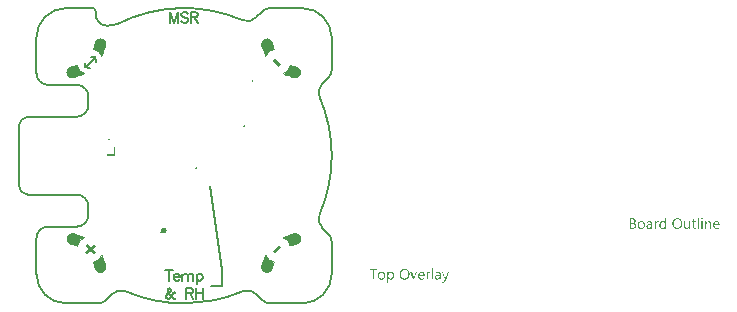
<source format=gto>
G04*
G04 #@! TF.GenerationSoftware,Altium Limited,Altium Designer,22.5.1 (42)*
G04*
G04 Layer_Color=65535*
%FSAX44Y44*%
%MOMM*%
G71*
G04*
G04 #@! TF.SameCoordinates,210B23D7-8BD8-4DAC-88D1-AF52DF2CA714*
G04*
G04*
G04 #@! TF.FilePolarity,Positive*
G04*
G01*
G75*
%ADD10C,0.1500*%
%ADD11C,0.5000*%
%ADD12C,0.1000*%
%ADD13C,0.2000*%
%ADD14C,0.3300*%
%ADD15C,1.0000*%
%ADD16C,0.1700*%
G36*
X00082243Y00077517D02*
X00080240Y00075515D01*
X00075275Y00080480D01*
X00077277Y00082483D01*
X00082243Y00077517D01*
X00082243Y00077517D02*
G37*
G36*
X-00058500Y00001250D02*
X-00058500Y00000000D01*
X-00065000Y00000000D01*
X-00065000Y00001250D01*
X-00059500Y00001250D01*
X-00059500Y00007250D01*
X-00058500Y00007250D01*
X-00058500Y00001250D01*
X-00058500Y00001250D02*
G37*
G36*
X00438642Y-00052543D02*
X00438712Y-00052558D01*
X00438783Y-00052582D01*
X00438862Y-00052621D01*
X00438940Y-00052668D01*
X00439019Y-00052731D01*
X00439026Y-00052739D01*
X00439050Y-00052762D01*
X00439081Y-00052802D01*
X00439120Y-00052857D01*
X00439152Y-00052927D01*
X00439183Y-00053006D01*
X00439207Y-00053100D01*
X00439215Y-00053202D01*
X00439215Y-00053218D01*
X00439215Y-00053249D01*
X00439207Y-00053296D01*
X00439191Y-00053367D01*
X00439168Y-00053437D01*
X00439128Y-00053516D01*
X00439081Y-00053594D01*
X00439019Y-00053673D01*
X00439011Y-00053681D01*
X00438987Y-00053704D01*
X00438940Y-00053736D01*
X00438885Y-00053767D01*
X00438814Y-00053798D01*
X00438736Y-00053830D01*
X00438650Y-00053853D01*
X00438548Y-00053861D01*
X00438500Y-00053861D01*
X00438453Y-00053853D01*
X00438383Y-00053838D01*
X00438312Y-00053814D01*
X00438234Y-00053783D01*
X00438155Y-00053744D01*
X00438077Y-00053681D01*
X00438069Y-00053673D01*
X00438045Y-00053649D01*
X00438014Y-00053602D01*
X00437982Y-00053547D01*
X00437951Y-00053485D01*
X00437920Y-00053398D01*
X00437896Y-00053304D01*
X00437888Y-00053202D01*
X00437888Y-00053186D01*
X00437888Y-00053155D01*
X00437896Y-00053100D01*
X00437912Y-00053037D01*
X00437935Y-00052959D01*
X00437967Y-00052880D01*
X00438014Y-00052802D01*
X00438077Y-00052731D01*
X00438084Y-00052723D01*
X00438108Y-00052700D01*
X00438155Y-00052668D01*
X00438210Y-00052629D01*
X00438281Y-00052598D01*
X00438359Y-00052566D01*
X00438446Y-00052543D01*
X00438548Y-00052535D01*
X00438595Y-00052535D01*
X00438642Y-00052543D01*
X00438642Y-00052543D02*
G37*
G36*
X00408244Y-00061851D02*
X00407224Y-00061851D01*
X00407224Y-00060776D01*
X00407200Y-00060776D01*
X00407192Y-00060792D01*
X00407169Y-00060831D01*
X00407122Y-00060886D01*
X00407067Y-00060964D01*
X00406988Y-00061058D01*
X00406902Y-00061160D01*
X00406792Y-00061270D01*
X00406659Y-00061388D01*
X00406517Y-00061506D01*
X00406353Y-00061616D01*
X00406172Y-00061718D01*
X00405976Y-00061812D01*
X00405764Y-00061890D01*
X00405528Y-00061945D01*
X00405277Y-00061985D01*
X00405010Y-00062000D01*
X00404955Y-00062000D01*
X00404893Y-00061992D01*
X00404814Y-00061985D01*
X00404712Y-00061977D01*
X00404594Y-00061953D01*
X00404461Y-00061930D01*
X00404320Y-00061890D01*
X00404171Y-00061851D01*
X00404014Y-00061788D01*
X00403857Y-00061726D01*
X00403692Y-00061639D01*
X00403535Y-00061545D01*
X00403378Y-00061427D01*
X00403229Y-00061294D01*
X00403088Y-00061145D01*
X00403080Y-00061137D01*
X00403056Y-00061105D01*
X00403025Y-00061058D01*
X00402978Y-00060988D01*
X00402923Y-00060901D01*
X00402860Y-00060799D01*
X00402797Y-00060674D01*
X00402734Y-00060532D01*
X00402664Y-00060375D01*
X00402601Y-00060203D01*
X00402538Y-00060007D01*
X00402483Y-00059803D01*
X00402436Y-00059583D01*
X00402405Y-00059339D01*
X00402381Y-00059088D01*
X00402373Y-00058822D01*
X00402373Y-00058814D01*
X00402373Y-00058806D01*
X00402373Y-00058782D01*
X00402373Y-00058751D01*
X00402381Y-00058672D01*
X00402389Y-00058562D01*
X00402397Y-00058421D01*
X00402413Y-00058272D01*
X00402436Y-00058099D01*
X00402475Y-00057911D01*
X00402515Y-00057715D01*
X00402570Y-00057503D01*
X00402632Y-00057299D01*
X00402711Y-00057079D01*
X00402797Y-00056875D01*
X00402907Y-00056671D01*
X00403025Y-00056475D01*
X00403166Y-00056286D01*
X00403174Y-00056279D01*
X00403205Y-00056247D01*
X00403252Y-00056200D01*
X00403315Y-00056137D01*
X00403394Y-00056067D01*
X00403488Y-00055980D01*
X00403606Y-00055894D01*
X00403731Y-00055808D01*
X00403880Y-00055721D01*
X00404037Y-00055635D01*
X00404210Y-00055549D01*
X00404398Y-00055478D01*
X00404602Y-00055415D01*
X00404822Y-00055368D01*
X00405050Y-00055337D01*
X00405293Y-00055329D01*
X00405348Y-00055329D01*
X00405419Y-00055337D01*
X00405505Y-00055345D01*
X00405615Y-00055360D01*
X00405740Y-00055384D01*
X00405874Y-00055415D01*
X00406023Y-00055455D01*
X00406180Y-00055509D01*
X00406337Y-00055580D01*
X00406494Y-00055666D01*
X00406651Y-00055768D01*
X00406800Y-00055886D01*
X00406949Y-00056020D01*
X00407082Y-00056184D01*
X00407200Y-00056365D01*
X00407224Y-00056365D01*
X00407224Y-00052417D01*
X00408244Y-00052417D01*
X00408244Y-00061851D01*
X00408244Y-00061851D02*
G37*
G36*
X00444348Y-00055337D02*
X00444418Y-00055337D01*
X00444505Y-00055352D01*
X00444607Y-00055368D01*
X00444716Y-00055384D01*
X00444834Y-00055415D01*
X00444960Y-00055447D01*
X00445093Y-00055494D01*
X00445227Y-00055549D01*
X00445360Y-00055619D01*
X00445486Y-00055698D01*
X00445611Y-00055784D01*
X00445729Y-00055894D01*
X00445839Y-00056012D01*
X00445847Y-00056020D01*
X00445862Y-00056043D01*
X00445894Y-00056082D01*
X00445925Y-00056137D01*
X00445965Y-00056208D01*
X00446012Y-00056294D01*
X00446067Y-00056396D01*
X00446121Y-00056506D01*
X00446169Y-00056640D01*
X00446223Y-00056781D01*
X00446271Y-00056946D01*
X00446310Y-00057118D01*
X00446341Y-00057307D01*
X00446373Y-00057511D01*
X00446388Y-00057723D01*
X00446396Y-00057958D01*
X00446396Y-00061851D01*
X00445376Y-00061851D01*
X00445376Y-00058217D01*
X00445376Y-00058209D01*
X00445376Y-00058194D01*
X00445376Y-00058170D01*
X00445376Y-00058131D01*
X00445368Y-00058084D01*
X00445368Y-00058029D01*
X00445352Y-00057903D01*
X00445329Y-00057746D01*
X00445297Y-00057574D01*
X00445250Y-00057393D01*
X00445187Y-00057205D01*
X00445109Y-00057016D01*
X00445015Y-00056836D01*
X00444897Y-00056663D01*
X00444748Y-00056506D01*
X00444583Y-00056381D01*
X00444489Y-00056326D01*
X00444379Y-00056279D01*
X00444269Y-00056239D01*
X00444151Y-00056216D01*
X00444026Y-00056200D01*
X00443892Y-00056192D01*
X00443822Y-00056192D01*
X00443767Y-00056200D01*
X00443704Y-00056208D01*
X00443626Y-00056224D01*
X00443539Y-00056239D01*
X00443453Y-00056263D01*
X00443351Y-00056294D01*
X00443249Y-00056333D01*
X00443147Y-00056381D01*
X00443037Y-00056435D01*
X00442935Y-00056506D01*
X00442825Y-00056585D01*
X00442723Y-00056671D01*
X00442629Y-00056773D01*
X00442621Y-00056781D01*
X00442605Y-00056797D01*
X00442582Y-00056828D01*
X00442550Y-00056875D01*
X00442511Y-00056930D01*
X00442472Y-00057001D01*
X00442425Y-00057079D01*
X00442378Y-00057165D01*
X00442331Y-00057267D01*
X00442284Y-00057377D01*
X00442244Y-00057495D01*
X00442205Y-00057621D01*
X00442174Y-00057762D01*
X00442150Y-00057903D01*
X00442134Y-00058060D01*
X00442127Y-00058217D01*
X00442127Y-00061851D01*
X00441106Y-00061851D01*
X00441106Y-00055478D01*
X00442127Y-00055478D01*
X00442127Y-00056538D01*
X00442150Y-00056538D01*
X00442158Y-00056522D01*
X00442181Y-00056483D01*
X00442229Y-00056428D01*
X00442284Y-00056349D01*
X00442362Y-00056255D01*
X00442448Y-00056153D01*
X00442558Y-00056043D01*
X00442684Y-00055933D01*
X00442825Y-00055823D01*
X00442982Y-00055714D01*
X00443155Y-00055611D01*
X00443335Y-00055517D01*
X00443539Y-00055439D01*
X00443759Y-00055384D01*
X00443994Y-00055345D01*
X00444246Y-00055329D01*
X00444293Y-00055329D01*
X00444348Y-00055337D01*
X00444348Y-00055337D02*
G37*
G36*
X00401227Y-00055376D02*
X00401314Y-00055376D01*
X00401408Y-00055392D01*
X00401510Y-00055407D01*
X00401612Y-00055423D01*
X00401698Y-00055455D01*
X00401698Y-00056514D01*
X00401683Y-00056506D01*
X00401651Y-00056483D01*
X00401589Y-00056451D01*
X00401502Y-00056412D01*
X00401384Y-00056373D01*
X00401259Y-00056341D01*
X00401102Y-00056318D01*
X00400921Y-00056310D01*
X00400859Y-00056310D01*
X00400812Y-00056318D01*
X00400756Y-00056326D01*
X00400694Y-00056341D01*
X00400545Y-00056389D01*
X00400458Y-00056420D01*
X00400372Y-00056459D01*
X00400278Y-00056514D01*
X00400184Y-00056569D01*
X00400097Y-00056640D01*
X00400003Y-00056726D01*
X00399917Y-00056820D01*
X00399830Y-00056930D01*
X00399823Y-00056938D01*
X00399815Y-00056961D01*
X00399791Y-00056993D01*
X00399760Y-00057040D01*
X00399728Y-00057103D01*
X00399689Y-00057181D01*
X00399650Y-00057267D01*
X00399611Y-00057369D01*
X00399571Y-00057479D01*
X00399532Y-00057605D01*
X00399493Y-00057746D01*
X00399462Y-00057895D01*
X00399430Y-00058060D01*
X00399407Y-00058233D01*
X00399399Y-00058413D01*
X00399391Y-00058610D01*
X00399391Y-00061851D01*
X00398371Y-00061851D01*
X00398371Y-00055478D01*
X00399391Y-00055478D01*
X00399391Y-00056797D01*
X00399414Y-00056797D01*
X00399414Y-00056789D01*
X00399422Y-00056765D01*
X00399438Y-00056734D01*
X00399454Y-00056687D01*
X00399477Y-00056632D01*
X00399509Y-00056561D01*
X00399579Y-00056412D01*
X00399673Y-00056239D01*
X00399791Y-00056067D01*
X00399925Y-00055902D01*
X00400081Y-00055745D01*
X00400089Y-00055737D01*
X00400105Y-00055729D01*
X00400129Y-00055714D01*
X00400160Y-00055682D01*
X00400199Y-00055658D01*
X00400254Y-00055627D01*
X00400372Y-00055557D01*
X00400521Y-00055486D01*
X00400694Y-00055423D01*
X00400882Y-00055384D01*
X00400984Y-00055376D01*
X00401086Y-00055368D01*
X00401149Y-00055368D01*
X00401227Y-00055376D01*
X00401227Y-00055376D02*
G37*
G36*
X00428564Y-00061851D02*
X00427544Y-00061851D01*
X00427544Y-00060847D01*
X00427520Y-00060847D01*
X00427512Y-00060862D01*
X00427489Y-00060894D01*
X00427450Y-00060956D01*
X00427402Y-00061027D01*
X00427332Y-00061113D01*
X00427246Y-00061207D01*
X00427151Y-00061317D01*
X00427034Y-00061419D01*
X00426908Y-00061529D01*
X00426759Y-00061631D01*
X00426602Y-00061733D01*
X00426421Y-00061820D01*
X00426225Y-00061890D01*
X00426021Y-00061953D01*
X00425794Y-00061985D01*
X00425550Y-00062000D01*
X00425495Y-00062000D01*
X00425456Y-00061992D01*
X00425401Y-00061992D01*
X00425338Y-00061985D01*
X00425268Y-00061969D01*
X00425197Y-00061961D01*
X00425024Y-00061914D01*
X00424828Y-00061859D01*
X00424624Y-00061773D01*
X00424522Y-00061718D01*
X00424412Y-00061663D01*
X00424302Y-00061592D01*
X00424200Y-00061521D01*
X00424098Y-00061435D01*
X00423996Y-00061341D01*
X00423894Y-00061231D01*
X00423800Y-00061121D01*
X00423714Y-00060996D01*
X00423627Y-00060854D01*
X00423557Y-00060705D01*
X00423486Y-00060548D01*
X00423423Y-00060375D01*
X00423368Y-00060187D01*
X00423329Y-00059983D01*
X00423298Y-00059771D01*
X00423282Y-00059536D01*
X00423274Y-00059292D01*
X00423274Y-00055478D01*
X00424287Y-00055478D01*
X00424287Y-00059128D01*
X00424287Y-00059135D01*
X00424287Y-00059151D01*
X00424287Y-00059175D01*
X00424287Y-00059214D01*
X00424295Y-00059261D01*
X00424295Y-00059316D01*
X00424310Y-00059442D01*
X00424334Y-00059598D01*
X00424365Y-00059763D01*
X00424420Y-00059952D01*
X00424483Y-00060132D01*
X00424561Y-00060321D01*
X00424663Y-00060509D01*
X00424789Y-00060674D01*
X00424938Y-00060831D01*
X00425119Y-00060956D01*
X00425213Y-00061011D01*
X00425323Y-00061058D01*
X00425440Y-00061098D01*
X00425558Y-00061121D01*
X00425691Y-00061137D01*
X00425833Y-00061145D01*
X00425903Y-00061145D01*
X00425958Y-00061137D01*
X00426021Y-00061129D01*
X00426092Y-00061113D01*
X00426178Y-00061098D01*
X00426264Y-00061074D01*
X00426359Y-00061051D01*
X00426461Y-00061011D01*
X00426563Y-00060964D01*
X00426665Y-00060909D01*
X00426767Y-00060847D01*
X00426869Y-00060776D01*
X00426963Y-00060690D01*
X00427057Y-00060595D01*
X00427065Y-00060588D01*
X00427081Y-00060572D01*
X00427104Y-00060540D01*
X00427136Y-00060493D01*
X00427167Y-00060438D01*
X00427214Y-00060375D01*
X00427253Y-00060297D01*
X00427300Y-00060211D01*
X00427348Y-00060109D01*
X00427387Y-00059999D01*
X00427434Y-00059881D01*
X00427465Y-00059756D01*
X00427497Y-00059614D01*
X00427520Y-00059473D01*
X00427536Y-00059316D01*
X00427544Y-00059151D01*
X00427544Y-00055478D01*
X00428564Y-00055478D01*
X00428564Y-00061851D01*
X00428564Y-00061851D02*
G37*
G36*
X00439042Y-00061851D02*
X00438022Y-00061851D01*
X00438022Y-00055478D01*
X00439042Y-00055478D01*
X00439042Y-00061851D01*
X00439042Y-00061851D02*
G37*
G36*
X00435957Y-00061851D02*
X00434937Y-00061851D01*
X00434937Y-00052417D01*
X00435957Y-00052417D01*
X00435957Y-00061851D01*
X00435957Y-00061851D02*
G37*
G36*
X00394297Y-00055337D02*
X00394352Y-00055337D01*
X00394407Y-00055345D01*
X00394478Y-00055352D01*
X00394556Y-00055368D01*
X00394721Y-00055399D01*
X00394917Y-00055455D01*
X00395113Y-00055525D01*
X00395325Y-00055627D01*
X00395537Y-00055753D01*
X00395639Y-00055823D01*
X00395741Y-00055910D01*
X00395835Y-00056004D01*
X00395930Y-00056098D01*
X00396016Y-00056208D01*
X00396095Y-00056333D01*
X00396173Y-00056459D01*
X00396244Y-00056600D01*
X00396298Y-00056757D01*
X00396353Y-00056922D01*
X00396393Y-00057095D01*
X00396424Y-00057291D01*
X00396440Y-00057487D01*
X00396448Y-00057707D01*
X00396448Y-00061851D01*
X00395427Y-00061851D01*
X00395427Y-00060862D01*
X00395404Y-00060862D01*
X00395396Y-00060878D01*
X00395372Y-00060909D01*
X00395333Y-00060964D01*
X00395278Y-00061043D01*
X00395208Y-00061129D01*
X00395121Y-00061223D01*
X00395027Y-00061325D01*
X00394909Y-00061427D01*
X00394776Y-00061537D01*
X00394635Y-00061639D01*
X00394470Y-00061733D01*
X00394297Y-00061820D01*
X00394101Y-00061898D01*
X00393897Y-00061953D01*
X00393677Y-00061985D01*
X00393442Y-00062000D01*
X00393347Y-00062000D01*
X00393285Y-00061992D01*
X00393206Y-00061985D01*
X00393112Y-00061977D01*
X00393010Y-00061961D01*
X00392900Y-00061937D01*
X00392657Y-00061875D01*
X00392539Y-00061835D01*
X00392413Y-00061788D01*
X00392288Y-00061733D01*
X00392170Y-00061663D01*
X00392060Y-00061584D01*
X00391950Y-00061498D01*
X00391942Y-00061490D01*
X00391927Y-00061474D01*
X00391903Y-00061443D01*
X00391864Y-00061404D01*
X00391825Y-00061357D01*
X00391786Y-00061294D01*
X00391731Y-00061223D01*
X00391684Y-00061145D01*
X00391637Y-00061051D01*
X00391589Y-00060949D01*
X00391542Y-00060839D01*
X00391503Y-00060721D01*
X00391464Y-00060595D01*
X00391440Y-00060462D01*
X00391424Y-00060313D01*
X00391417Y-00060164D01*
X00391417Y-00060156D01*
X00391417Y-00060140D01*
X00391417Y-00060117D01*
X00391424Y-00060085D01*
X00391424Y-00060046D01*
X00391432Y-00059999D01*
X00391448Y-00059881D01*
X00391479Y-00059740D01*
X00391527Y-00059583D01*
X00391589Y-00059410D01*
X00391684Y-00059230D01*
X00391793Y-00059049D01*
X00391927Y-00058869D01*
X00392013Y-00058782D01*
X00392099Y-00058696D01*
X00392202Y-00058610D01*
X00392304Y-00058531D01*
X00392421Y-00058453D01*
X00392547Y-00058382D01*
X00392680Y-00058319D01*
X00392829Y-00058256D01*
X00392986Y-00058201D01*
X00393151Y-00058154D01*
X00393332Y-00058115D01*
X00393520Y-00058084D01*
X00395427Y-00057817D01*
X00395427Y-00057809D01*
X00395427Y-00057801D01*
X00395427Y-00057778D01*
X00395427Y-00057746D01*
X00395420Y-00057668D01*
X00395404Y-00057566D01*
X00395388Y-00057440D01*
X00395357Y-00057299D01*
X00395317Y-00057158D01*
X00395262Y-00057001D01*
X00395192Y-00056852D01*
X00395106Y-00056702D01*
X00395004Y-00056569D01*
X00394878Y-00056443D01*
X00394721Y-00056341D01*
X00394548Y-00056263D01*
X00394454Y-00056231D01*
X00394344Y-00056208D01*
X00394234Y-00056200D01*
X00394117Y-00056192D01*
X00394062Y-00056192D01*
X00394007Y-00056200D01*
X00393920Y-00056208D01*
X00393818Y-00056216D01*
X00393701Y-00056231D01*
X00393567Y-00056255D01*
X00393426Y-00056286D01*
X00393269Y-00056333D01*
X00393104Y-00056381D01*
X00392932Y-00056443D01*
X00392751Y-00056522D01*
X00392570Y-00056616D01*
X00392390Y-00056718D01*
X00392209Y-00056836D01*
X00392037Y-00056977D01*
X00392037Y-00055933D01*
X00392045Y-00055925D01*
X00392076Y-00055910D01*
X00392131Y-00055878D01*
X00392202Y-00055839D01*
X00392296Y-00055792D01*
X00392398Y-00055745D01*
X00392523Y-00055690D01*
X00392665Y-00055627D01*
X00392814Y-00055572D01*
X00392979Y-00055517D01*
X00393159Y-00055470D01*
X00393347Y-00055423D01*
X00393551Y-00055384D01*
X00393756Y-00055352D01*
X00393975Y-00055337D01*
X00394203Y-00055329D01*
X00394258Y-00055329D01*
X00394297Y-00055337D01*
X00394297Y-00055337D02*
G37*
G36*
X00379981Y-00052935D02*
X00380075Y-00052943D01*
X00380185Y-00052959D01*
X00380311Y-00052974D01*
X00380452Y-00052998D01*
X00380593Y-00053029D01*
X00380743Y-00053068D01*
X00380900Y-00053116D01*
X00381049Y-00053170D01*
X00381206Y-00053233D01*
X00381347Y-00053312D01*
X00381488Y-00053398D01*
X00381622Y-00053500D01*
X00381629Y-00053508D01*
X00381653Y-00053524D01*
X00381684Y-00053555D01*
X00381724Y-00053602D01*
X00381779Y-00053657D01*
X00381834Y-00053728D01*
X00381896Y-00053806D01*
X00381959Y-00053893D01*
X00382022Y-00053995D01*
X00382085Y-00054104D01*
X00382140Y-00054230D01*
X00382195Y-00054356D01*
X00382234Y-00054497D01*
X00382265Y-00054646D01*
X00382289Y-00054803D01*
X00382297Y-00054968D01*
X00382297Y-00054976D01*
X00382297Y-00054999D01*
X00382297Y-00055038D01*
X00382289Y-00055093D01*
X00382281Y-00055164D01*
X00382273Y-00055235D01*
X00382265Y-00055321D01*
X00382249Y-00055415D01*
X00382195Y-00055627D01*
X00382124Y-00055847D01*
X00382077Y-00055965D01*
X00382022Y-00056075D01*
X00381959Y-00056184D01*
X00381889Y-00056294D01*
X00381881Y-00056302D01*
X00381873Y-00056318D01*
X00381849Y-00056349D01*
X00381810Y-00056389D01*
X00381771Y-00056428D01*
X00381724Y-00056483D01*
X00381661Y-00056538D01*
X00381598Y-00056600D01*
X00381520Y-00056663D01*
X00381433Y-00056734D01*
X00381339Y-00056797D01*
X00381237Y-00056867D01*
X00381127Y-00056930D01*
X00381017Y-00056985D01*
X00380758Y-00057087D01*
X00380758Y-00057111D01*
X00380766Y-00057111D01*
X00380798Y-00057118D01*
X00380845Y-00057126D01*
X00380907Y-00057134D01*
X00380986Y-00057150D01*
X00381072Y-00057173D01*
X00381174Y-00057205D01*
X00381276Y-00057236D01*
X00381504Y-00057322D01*
X00381629Y-00057377D01*
X00381747Y-00057448D01*
X00381865Y-00057519D01*
X00381983Y-00057597D01*
X00382100Y-00057691D01*
X00382202Y-00057793D01*
X00382210Y-00057801D01*
X00382226Y-00057817D01*
X00382249Y-00057848D01*
X00382289Y-00057895D01*
X00382328Y-00057958D01*
X00382375Y-00058021D01*
X00382422Y-00058107D01*
X00382477Y-00058194D01*
X00382524Y-00058296D01*
X00382571Y-00058413D01*
X00382618Y-00058531D01*
X00382658Y-00058665D01*
X00382697Y-00058814D01*
X00382720Y-00058963D01*
X00382736Y-00059120D01*
X00382744Y-00059292D01*
X00382744Y-00059308D01*
X00382744Y-00059339D01*
X00382736Y-00059402D01*
X00382728Y-00059481D01*
X00382720Y-00059583D01*
X00382697Y-00059693D01*
X00382673Y-00059818D01*
X00382642Y-00059952D01*
X00382595Y-00060101D01*
X00382540Y-00060250D01*
X00382477Y-00060399D01*
X00382399Y-00060556D01*
X00382304Y-00060713D01*
X00382195Y-00060862D01*
X00382069Y-00061003D01*
X00381920Y-00061145D01*
X00381912Y-00061153D01*
X00381881Y-00061176D01*
X00381834Y-00061207D01*
X00381771Y-00061255D01*
X00381692Y-00061309D01*
X00381590Y-00061364D01*
X00381480Y-00061435D01*
X00381355Y-00061498D01*
X00381206Y-00061561D01*
X00381049Y-00061624D01*
X00380884Y-00061686D01*
X00380695Y-00061741D01*
X00380499Y-00061788D01*
X00380295Y-00061820D01*
X00380075Y-00061843D01*
X00379848Y-00061851D01*
X00377250Y-00061851D01*
X00377250Y-00052927D01*
X00379895Y-00052927D01*
X00379981Y-00052935D01*
X00379981Y-00052935D02*
G37*
G36*
X00431970Y-00055478D02*
X00433579Y-00055478D01*
X00433579Y-00056357D01*
X00431970Y-00056357D01*
X00431970Y-00059944D01*
X00431970Y-00059952D01*
X00431970Y-00059975D01*
X00431970Y-00060007D01*
X00431970Y-00060046D01*
X00431978Y-00060101D01*
X00431986Y-00060164D01*
X00432002Y-00060297D01*
X00432025Y-00060454D01*
X00432065Y-00060603D01*
X00432119Y-00060744D01*
X00432151Y-00060807D01*
X00432190Y-00060862D01*
X00432198Y-00060870D01*
X00432229Y-00060901D01*
X00432284Y-00060949D01*
X00432363Y-00060996D01*
X00432465Y-00061051D01*
X00432590Y-00061090D01*
X00432740Y-00061121D01*
X00432912Y-00061137D01*
X00432975Y-00061137D01*
X00433046Y-00061129D01*
X00433140Y-00061113D01*
X00433242Y-00061082D01*
X00433360Y-00061051D01*
X00433470Y-00060996D01*
X00433579Y-00060925D01*
X00433579Y-00061796D01*
X00433572Y-00061796D01*
X00433564Y-00061804D01*
X00433540Y-00061812D01*
X00433517Y-00061828D01*
X00433430Y-00061859D01*
X00433328Y-00061890D01*
X00433187Y-00061922D01*
X00433022Y-00061953D01*
X00432834Y-00061977D01*
X00432622Y-00061985D01*
X00432551Y-00061985D01*
X00432465Y-00061969D01*
X00432363Y-00061953D01*
X00432237Y-00061930D01*
X00432096Y-00061883D01*
X00431939Y-00061828D01*
X00431790Y-00061749D01*
X00431633Y-00061655D01*
X00431476Y-00061529D01*
X00431335Y-00061380D01*
X00431272Y-00061294D01*
X00431209Y-00061200D01*
X00431154Y-00061098D01*
X00431107Y-00060988D01*
X00431060Y-00060870D01*
X00431021Y-00060737D01*
X00430989Y-00060603D01*
X00430966Y-00060454D01*
X00430958Y-00060297D01*
X00430950Y-00060124D01*
X00430950Y-00056357D01*
X00429859Y-00056357D01*
X00429859Y-00055478D01*
X00430950Y-00055478D01*
X00430950Y-00053924D01*
X00431970Y-00053594D01*
X00431970Y-00055478D01*
X00431970Y-00055478D02*
G37*
G36*
X00450941Y-00055337D02*
X00451027Y-00055345D01*
X00451137Y-00055352D01*
X00451254Y-00055368D01*
X00451388Y-00055399D01*
X00451529Y-00055431D01*
X00451686Y-00055470D01*
X00451843Y-00055525D01*
X00452000Y-00055596D01*
X00452165Y-00055674D01*
X00452322Y-00055768D01*
X00452471Y-00055878D01*
X00452620Y-00056004D01*
X00452753Y-00056145D01*
X00452761Y-00056153D01*
X00452785Y-00056184D01*
X00452816Y-00056231D01*
X00452863Y-00056294D01*
X00452910Y-00056373D01*
X00452973Y-00056475D01*
X00453036Y-00056592D01*
X00453099Y-00056726D01*
X00453162Y-00056883D01*
X00453224Y-00057048D01*
X00453287Y-00057236D01*
X00453334Y-00057432D01*
X00453381Y-00057652D01*
X00453413Y-00057880D01*
X00453436Y-00058131D01*
X00453444Y-00058390D01*
X00453444Y-00058924D01*
X00448939Y-00058924D01*
X00448939Y-00058939D01*
X00448939Y-00058971D01*
X00448947Y-00059026D01*
X00448955Y-00059096D01*
X00448963Y-00059190D01*
X00448978Y-00059292D01*
X00448994Y-00059402D01*
X00449025Y-00059528D01*
X00449096Y-00059795D01*
X00449143Y-00059928D01*
X00449198Y-00060069D01*
X00449261Y-00060203D01*
X00449332Y-00060336D01*
X00449418Y-00060454D01*
X00449512Y-00060572D01*
X00449520Y-00060580D01*
X00449536Y-00060595D01*
X00449567Y-00060627D01*
X00449614Y-00060658D01*
X00449669Y-00060705D01*
X00449740Y-00060752D01*
X00449818Y-00060807D01*
X00449905Y-00060854D01*
X00450006Y-00060909D01*
X00450124Y-00060964D01*
X00450242Y-00061011D01*
X00450383Y-00061058D01*
X00450524Y-00061090D01*
X00450681Y-00061121D01*
X00450846Y-00061137D01*
X00451019Y-00061145D01*
X00451066Y-00061145D01*
X00451121Y-00061137D01*
X00451199Y-00061137D01*
X00451294Y-00061121D01*
X00451404Y-00061105D01*
X00451529Y-00061082D01*
X00451670Y-00061058D01*
X00451819Y-00061019D01*
X00451977Y-00060972D01*
X00452141Y-00060917D01*
X00452306Y-00060847D01*
X00452479Y-00060768D01*
X00452651Y-00060674D01*
X00452824Y-00060564D01*
X00452997Y-00060438D01*
X00452997Y-00061396D01*
X00452989Y-00061404D01*
X00452958Y-00061419D01*
X00452910Y-00061451D01*
X00452848Y-00061490D01*
X00452761Y-00061537D01*
X00452659Y-00061584D01*
X00452542Y-00061639D01*
X00452408Y-00061694D01*
X00452251Y-00061757D01*
X00452086Y-00061812D01*
X00451906Y-00061859D01*
X00451710Y-00061906D01*
X00451498Y-00061945D01*
X00451270Y-00061977D01*
X00451027Y-00061992D01*
X00450776Y-00062000D01*
X00450713Y-00062000D01*
X00450650Y-00061992D01*
X00450556Y-00061985D01*
X00450438Y-00061977D01*
X00450305Y-00061953D01*
X00450163Y-00061930D01*
X00450006Y-00061890D01*
X00449842Y-00061843D01*
X00449669Y-00061788D01*
X00449488Y-00061718D01*
X00449316Y-00061639D01*
X00449135Y-00061537D01*
X00448970Y-00061419D01*
X00448806Y-00061286D01*
X00448657Y-00061137D01*
X00448649Y-00061129D01*
X00448625Y-00061098D01*
X00448586Y-00061043D01*
X00448539Y-00060972D01*
X00448476Y-00060886D01*
X00448413Y-00060776D01*
X00448343Y-00060650D01*
X00448272Y-00060501D01*
X00448201Y-00060344D01*
X00448131Y-00060156D01*
X00448068Y-00059960D01*
X00448005Y-00059740D01*
X00447958Y-00059504D01*
X00447919Y-00059253D01*
X00447895Y-00058979D01*
X00447887Y-00058696D01*
X00447887Y-00058688D01*
X00447887Y-00058680D01*
X00447887Y-00058657D01*
X00447887Y-00058633D01*
X00447895Y-00058555D01*
X00447903Y-00058445D01*
X00447911Y-00058319D01*
X00447934Y-00058178D01*
X00447958Y-00058013D01*
X00447989Y-00057833D01*
X00448036Y-00057644D01*
X00448091Y-00057448D01*
X00448162Y-00057244D01*
X00448241Y-00057040D01*
X00448335Y-00056844D01*
X00448452Y-00056640D01*
X00448578Y-00056451D01*
X00448727Y-00056271D01*
X00448735Y-00056263D01*
X00448766Y-00056231D01*
X00448814Y-00056184D01*
X00448876Y-00056122D01*
X00448963Y-00056051D01*
X00449065Y-00055972D01*
X00449174Y-00055886D01*
X00449308Y-00055800D01*
X00449449Y-00055714D01*
X00449614Y-00055627D01*
X00449787Y-00055549D01*
X00449967Y-00055478D01*
X00450163Y-00055415D01*
X00450375Y-00055368D01*
X00450595Y-00055337D01*
X00450823Y-00055329D01*
X00450878Y-00055329D01*
X00450941Y-00055337D01*
X00450941Y-00055337D02*
G37*
G36*
X00417812Y-00052786D02*
X00417867Y-00052786D01*
X00417921Y-00052794D01*
X00417992Y-00052794D01*
X00418149Y-00052817D01*
X00418330Y-00052841D01*
X00418534Y-00052880D01*
X00418753Y-00052935D01*
X00418981Y-00052998D01*
X00419224Y-00053084D01*
X00419468Y-00053186D01*
X00419719Y-00053304D01*
X00419970Y-00053445D01*
X00420205Y-00053610D01*
X00420441Y-00053806D01*
X00420661Y-00054026D01*
X00420676Y-00054042D01*
X00420708Y-00054081D01*
X00420763Y-00054152D01*
X00420841Y-00054254D01*
X00420920Y-00054379D01*
X00421022Y-00054528D01*
X00421124Y-00054701D01*
X00421226Y-00054897D01*
X00421328Y-00055125D01*
X00421430Y-00055368D01*
X00421532Y-00055635D01*
X00421618Y-00055925D01*
X00421689Y-00056239D01*
X00421744Y-00056569D01*
X00421775Y-00056914D01*
X00421791Y-00057283D01*
X00421791Y-00057291D01*
X00421791Y-00057307D01*
X00421791Y-00057338D01*
X00421791Y-00057377D01*
X00421783Y-00057432D01*
X00421783Y-00057495D01*
X00421775Y-00057566D01*
X00421775Y-00057644D01*
X00421767Y-00057731D01*
X00421759Y-00057825D01*
X00421728Y-00058037D01*
X00421697Y-00058280D01*
X00421650Y-00058531D01*
X00421587Y-00058806D01*
X00421508Y-00059088D01*
X00421414Y-00059371D01*
X00421304Y-00059661D01*
X00421171Y-00059944D01*
X00421014Y-00060226D01*
X00420833Y-00060485D01*
X00420629Y-00060737D01*
X00420614Y-00060752D01*
X00420574Y-00060792D01*
X00420512Y-00060854D01*
X00420417Y-00060933D01*
X00420299Y-00061027D01*
X00420158Y-00061137D01*
X00420001Y-00061247D01*
X00419813Y-00061364D01*
X00419601Y-00061482D01*
X00419366Y-00061600D01*
X00419114Y-00061710D01*
X00418840Y-00061804D01*
X00418541Y-00061883D01*
X00418228Y-00061945D01*
X00417890Y-00061985D01*
X00417537Y-00062000D01*
X00417450Y-00062000D01*
X00417411Y-00061992D01*
X00417356Y-00061992D01*
X00417294Y-00061985D01*
X00417223Y-00061977D01*
X00417058Y-00061961D01*
X00416878Y-00061937D01*
X00416666Y-00061898D01*
X00416446Y-00061843D01*
X00416203Y-00061780D01*
X00415959Y-00061694D01*
X00415708Y-00061592D01*
X00415449Y-00061474D01*
X00415198Y-00061333D01*
X00414955Y-00061160D01*
X00414711Y-00060972D01*
X00414492Y-00060752D01*
X00414476Y-00060737D01*
X00414445Y-00060697D01*
X00414389Y-00060627D01*
X00414311Y-00060525D01*
X00414225Y-00060399D01*
X00414131Y-00060250D01*
X00414029Y-00060077D01*
X00413927Y-00059873D01*
X00413817Y-00059654D01*
X00413715Y-00059410D01*
X00413620Y-00059143D01*
X00413534Y-00058853D01*
X00413456Y-00058539D01*
X00413401Y-00058209D01*
X00413369Y-00057864D01*
X00413354Y-00057495D01*
X00413354Y-00057487D01*
X00413354Y-00057472D01*
X00413354Y-00057440D01*
X00413354Y-00057401D01*
X00413361Y-00057346D01*
X00413361Y-00057291D01*
X00413369Y-00057220D01*
X00413369Y-00057142D01*
X00413377Y-00057056D01*
X00413393Y-00056954D01*
X00413416Y-00056750D01*
X00413448Y-00056514D01*
X00413503Y-00056263D01*
X00413558Y-00055988D01*
X00413636Y-00055714D01*
X00413730Y-00055431D01*
X00413840Y-00055141D01*
X00413974Y-00054858D01*
X00414131Y-00054583D01*
X00414311Y-00054316D01*
X00414515Y-00054065D01*
X00414531Y-00054050D01*
X00414570Y-00054010D01*
X00414633Y-00053948D01*
X00414727Y-00053861D01*
X00414845Y-00053767D01*
X00414994Y-00053657D01*
X00415159Y-00053539D01*
X00415347Y-00053422D01*
X00415567Y-00053304D01*
X00415802Y-00053186D01*
X00416061Y-00053076D01*
X00416344Y-00052982D01*
X00416650Y-00052896D01*
X00416972Y-00052833D01*
X00417317Y-00052794D01*
X00417686Y-00052778D01*
X00417764Y-00052778D01*
X00417812Y-00052786D01*
X00417812Y-00052786D02*
G37*
G36*
X00387367Y-00055337D02*
X00387469Y-00055345D01*
X00387587Y-00055352D01*
X00387728Y-00055376D01*
X00387877Y-00055399D01*
X00388042Y-00055439D01*
X00388222Y-00055486D01*
X00388403Y-00055541D01*
X00388583Y-00055611D01*
X00388772Y-00055698D01*
X00388952Y-00055800D01*
X00389133Y-00055918D01*
X00389298Y-00056051D01*
X00389454Y-00056208D01*
X00389462Y-00056216D01*
X00389486Y-00056247D01*
X00389525Y-00056302D01*
X00389580Y-00056373D01*
X00389643Y-00056459D01*
X00389706Y-00056569D01*
X00389784Y-00056695D01*
X00389855Y-00056844D01*
X00389933Y-00057009D01*
X00390004Y-00057189D01*
X00390067Y-00057385D01*
X00390130Y-00057605D01*
X00390185Y-00057840D01*
X00390224Y-00058092D01*
X00390247Y-00058358D01*
X00390255Y-00058641D01*
X00390255Y-00058649D01*
X00390255Y-00058657D01*
X00390255Y-00058680D01*
X00390255Y-00058712D01*
X00390247Y-00058790D01*
X00390239Y-00058892D01*
X00390232Y-00059026D01*
X00390208Y-00059175D01*
X00390185Y-00059339D01*
X00390145Y-00059520D01*
X00390098Y-00059708D01*
X00390043Y-00059913D01*
X00389972Y-00060117D01*
X00389894Y-00060321D01*
X00389792Y-00060525D01*
X00389674Y-00060721D01*
X00389541Y-00060909D01*
X00389392Y-00061090D01*
X00389384Y-00061098D01*
X00389352Y-00061129D01*
X00389305Y-00061176D01*
X00389235Y-00061231D01*
X00389148Y-00061302D01*
X00389046Y-00061380D01*
X00388921Y-00061459D01*
X00388780Y-00061545D01*
X00388623Y-00061631D01*
X00388450Y-00061710D01*
X00388262Y-00061788D01*
X00388058Y-00061859D01*
X00387830Y-00061914D01*
X00387594Y-00061961D01*
X00387351Y-00061992D01*
X00387084Y-00062000D01*
X00387021Y-00062000D01*
X00386951Y-00061992D01*
X00386849Y-00061985D01*
X00386731Y-00061977D01*
X00386590Y-00061953D01*
X00386441Y-00061930D01*
X00386276Y-00061890D01*
X00386095Y-00061843D01*
X00385915Y-00061780D01*
X00385727Y-00061710D01*
X00385538Y-00061624D01*
X00385350Y-00061521D01*
X00385161Y-00061404D01*
X00384989Y-00061270D01*
X00384824Y-00061113D01*
X00384816Y-00061105D01*
X00384785Y-00061074D01*
X00384745Y-00061019D01*
X00384690Y-00060949D01*
X00384628Y-00060862D01*
X00384557Y-00060752D01*
X00384486Y-00060627D01*
X00384408Y-00060478D01*
X00384329Y-00060321D01*
X00384251Y-00060140D01*
X00384180Y-00059944D01*
X00384118Y-00059732D01*
X00384063Y-00059512D01*
X00384023Y-00059269D01*
X00383992Y-00059010D01*
X00383984Y-00058743D01*
X00383984Y-00058735D01*
X00383984Y-00058727D01*
X00383984Y-00058704D01*
X00383984Y-00058672D01*
X00383992Y-00058586D01*
X00384000Y-00058476D01*
X00384008Y-00058343D01*
X00384031Y-00058186D01*
X00384055Y-00058013D01*
X00384094Y-00057825D01*
X00384141Y-00057628D01*
X00384196Y-00057425D01*
X00384267Y-00057213D01*
X00384353Y-00057001D01*
X00384455Y-00056797D01*
X00384565Y-00056600D01*
X00384698Y-00056412D01*
X00384855Y-00056231D01*
X00384863Y-00056224D01*
X00384894Y-00056192D01*
X00384949Y-00056145D01*
X00385020Y-00056090D01*
X00385106Y-00056020D01*
X00385216Y-00055949D01*
X00385342Y-00055863D01*
X00385483Y-00055776D01*
X00385640Y-00055698D01*
X00385821Y-00055611D01*
X00386017Y-00055541D01*
X00386229Y-00055470D01*
X00386456Y-00055415D01*
X00386700Y-00055368D01*
X00386959Y-00055337D01*
X00387233Y-00055329D01*
X00387296Y-00055329D01*
X00387367Y-00055337D01*
X00387367Y-00055337D02*
G37*
G36*
X00082243Y-00077517D02*
X00077277Y-00082483D01*
X00075275Y-00080480D01*
X00080240Y-00075515D01*
X00082243Y-00077517D01*
X00082243Y-00077517D02*
G37*
G36*
X-00079108Y-00077114D02*
X-00076415Y-00074421D01*
X-00074620Y-00076216D01*
X-00077313Y-00078909D01*
X-00074629Y-00081593D01*
X-00076424Y-00083389D01*
X-00079108Y-00080705D01*
X-00081819Y-00083416D01*
X-00083615Y-00081621D01*
X-00080904Y-00078909D01*
X-00083624Y-00076189D01*
X-00081829Y-00074394D01*
X-00079108Y-00077114D01*
X-00079108Y-00077114D02*
G37*
G36*
X00175295Y-00098238D02*
X00175381Y-00098246D01*
X00175483Y-00098253D01*
X00175601Y-00098277D01*
X00175735Y-00098301D01*
X00175884Y-00098340D01*
X00176033Y-00098387D01*
X00176190Y-00098442D01*
X00176347Y-00098512D01*
X00176512Y-00098591D01*
X00176669Y-00098693D01*
X00176818Y-00098811D01*
X00176967Y-00098944D01*
X00177100Y-00099093D01*
X00177108Y-00099101D01*
X00177132Y-00099132D01*
X00177163Y-00099180D01*
X00177210Y-00099250D01*
X00177257Y-00099337D01*
X00177320Y-00099439D01*
X00177383Y-00099564D01*
X00177446Y-00099698D01*
X00177508Y-00099854D01*
X00177571Y-00100027D01*
X00177634Y-00100216D01*
X00177681Y-00100420D01*
X00177728Y-00100639D01*
X00177759Y-00100875D01*
X00177783Y-00101126D01*
X00177791Y-00101385D01*
X00177791Y-00101393D01*
X00177791Y-00101401D01*
X00177791Y-00101424D01*
X00177791Y-00101456D01*
X00177783Y-00101542D01*
X00177775Y-00101652D01*
X00177767Y-00101785D01*
X00177752Y-00101942D01*
X00177728Y-00102115D01*
X00177697Y-00102303D01*
X00177650Y-00102500D01*
X00177603Y-00102711D01*
X00177540Y-00102923D01*
X00177461Y-00103135D01*
X00177375Y-00103347D01*
X00177273Y-00103559D01*
X00177147Y-00103755D01*
X00177014Y-00103944D01*
X00177006Y-00103952D01*
X00176975Y-00103983D01*
X00176935Y-00104030D01*
X00176873Y-00104093D01*
X00176794Y-00104163D01*
X00176700Y-00104250D01*
X00176582Y-00104336D01*
X00176457Y-00104422D01*
X00176315Y-00104509D01*
X00176150Y-00104595D01*
X00175978Y-00104681D01*
X00175790Y-00104752D01*
X00175585Y-00104815D01*
X00175366Y-00104862D01*
X00175130Y-00104893D01*
X00174887Y-00104901D01*
X00174832Y-00104901D01*
X00174769Y-00104893D01*
X00174683Y-00104886D01*
X00174581Y-00104870D01*
X00174463Y-00104846D01*
X00174330Y-00104815D01*
X00174181Y-00104768D01*
X00174031Y-00104713D01*
X00173874Y-00104642D01*
X00173717Y-00104556D01*
X00173553Y-00104454D01*
X00173396Y-00104328D01*
X00173247Y-00104187D01*
X00173105Y-00104022D01*
X00172972Y-00103834D01*
X00172948Y-00103834D01*
X00172948Y-00107680D01*
X00171928Y-00107680D01*
X00171928Y-00098379D01*
X00172948Y-00098379D01*
X00172948Y-00099501D01*
X00172972Y-00099501D01*
X00172980Y-00099486D01*
X00173011Y-00099446D01*
X00173050Y-00099384D01*
X00173113Y-00099305D01*
X00173192Y-00099203D01*
X00173286Y-00099101D01*
X00173403Y-00098983D01*
X00173529Y-00098866D01*
X00173678Y-00098748D01*
X00173843Y-00098630D01*
X00174024Y-00098528D01*
X00174220Y-00098426D01*
X00174432Y-00098348D01*
X00174667Y-00098285D01*
X00174911Y-00098246D01*
X00175177Y-00098230D01*
X00175232Y-00098230D01*
X00175295Y-00098238D01*
X00175295Y-00098238D02*
G37*
G36*
X00208149Y-00098277D02*
X00208236Y-00098277D01*
X00208330Y-00098293D01*
X00208432Y-00098308D01*
X00208534Y-00098324D01*
X00208620Y-00098356D01*
X00208620Y-00099415D01*
X00208605Y-00099407D01*
X00208573Y-00099384D01*
X00208510Y-00099352D01*
X00208424Y-00099313D01*
X00208306Y-00099274D01*
X00208181Y-00099242D01*
X00208024Y-00099219D01*
X00207843Y-00099211D01*
X00207780Y-00099211D01*
X00207733Y-00099219D01*
X00207678Y-00099227D01*
X00207616Y-00099242D01*
X00207467Y-00099289D01*
X00207380Y-00099321D01*
X00207294Y-00099360D01*
X00207200Y-00099415D01*
X00207105Y-00099470D01*
X00207019Y-00099541D01*
X00206925Y-00099627D01*
X00206839Y-00099721D01*
X00206752Y-00099831D01*
X00206744Y-00099839D01*
X00206737Y-00099862D01*
X00206713Y-00099894D01*
X00206682Y-00099941D01*
X00206650Y-00100004D01*
X00206611Y-00100082D01*
X00206572Y-00100169D01*
X00206532Y-00100271D01*
X00206493Y-00100380D01*
X00206454Y-00100506D01*
X00206415Y-00100647D01*
X00206383Y-00100796D01*
X00206352Y-00100961D01*
X00206328Y-00101134D01*
X00206321Y-00101314D01*
X00206313Y-00101511D01*
X00206313Y-00104752D01*
X00205292Y-00104752D01*
X00205292Y-00098379D01*
X00206313Y-00098379D01*
X00206313Y-00099698D01*
X00206336Y-00099698D01*
X00206336Y-00099690D01*
X00206344Y-00099666D01*
X00206360Y-00099635D01*
X00206376Y-00099588D01*
X00206399Y-00099533D01*
X00206430Y-00099462D01*
X00206501Y-00099313D01*
X00206595Y-00099140D01*
X00206713Y-00098968D01*
X00206846Y-00098803D01*
X00207003Y-00098646D01*
X00207011Y-00098638D01*
X00207027Y-00098630D01*
X00207050Y-00098615D01*
X00207082Y-00098583D01*
X00207121Y-00098560D01*
X00207176Y-00098528D01*
X00207294Y-00098457D01*
X00207443Y-00098387D01*
X00207616Y-00098324D01*
X00207804Y-00098285D01*
X00207906Y-00098277D01*
X00208008Y-00098269D01*
X00208071Y-00098269D01*
X00208149Y-00098277D01*
X00208149Y-00098277D02*
G37*
G36*
X00221437Y-00105772D02*
X00221437Y-00105780D01*
X00221429Y-00105796D01*
X00221413Y-00105820D01*
X00221398Y-00105859D01*
X00221382Y-00105906D01*
X00221359Y-00105953D01*
X00221296Y-00106079D01*
X00221209Y-00106228D01*
X00221115Y-00106400D01*
X00220997Y-00106573D01*
X00220864Y-00106761D01*
X00220715Y-00106942D01*
X00220550Y-00107122D01*
X00220370Y-00107295D01*
X00220173Y-00107444D01*
X00219961Y-00107570D01*
X00219852Y-00107617D01*
X00219734Y-00107664D01*
X00219616Y-00107703D01*
X00219491Y-00107727D01*
X00219365Y-00107742D01*
X00219231Y-00107750D01*
X00219169Y-00107750D01*
X00219090Y-00107742D01*
X00218996Y-00107742D01*
X00218894Y-00107727D01*
X00218784Y-00107711D01*
X00218666Y-00107695D01*
X00218564Y-00107664D01*
X00218564Y-00106754D01*
X00218580Y-00106761D01*
X00218619Y-00106769D01*
X00218682Y-00106785D01*
X00218761Y-00106808D01*
X00218855Y-00106832D01*
X00218957Y-00106848D01*
X00219067Y-00106855D01*
X00219169Y-00106863D01*
X00219200Y-00106863D01*
X00219239Y-00106855D01*
X00219294Y-00106848D01*
X00219357Y-00106832D01*
X00219436Y-00106816D01*
X00219514Y-00106785D01*
X00219608Y-00106746D01*
X00219695Y-00106699D01*
X00219797Y-00106636D01*
X00219891Y-00106565D01*
X00219985Y-00106479D01*
X00220079Y-00106369D01*
X00220173Y-00106251D01*
X00220252Y-00106110D01*
X00220330Y-00105945D01*
X00220840Y-00104744D01*
X00218353Y-00098379D01*
X00219483Y-00098379D01*
X00221209Y-00103284D01*
X00221209Y-00103292D01*
X00221217Y-00103308D01*
X00221225Y-00103331D01*
X00221241Y-00103379D01*
X00221257Y-00103441D01*
X00221272Y-00103528D01*
X00221304Y-00103638D01*
X00221335Y-00103771D01*
X00221374Y-00103771D01*
X00221374Y-00103763D01*
X00221382Y-00103740D01*
X00221390Y-00103708D01*
X00221406Y-00103653D01*
X00221421Y-00103590D01*
X00221437Y-00103512D01*
X00221468Y-00103410D01*
X00221500Y-00103300D01*
X00223313Y-00098379D01*
X00224364Y-00098379D01*
X00221437Y-00105772D01*
X00221437Y-00105772D02*
G37*
G36*
X00194995Y-00104752D02*
X00193990Y-00104752D01*
X00191581Y-00098379D01*
X00192695Y-00098379D01*
X00194320Y-00103010D01*
X00194320Y-00103018D01*
X00194328Y-00103033D01*
X00194336Y-00103057D01*
X00194352Y-00103096D01*
X00194367Y-00103143D01*
X00194383Y-00103190D01*
X00194414Y-00103316D01*
X00194454Y-00103449D01*
X00194493Y-00103598D01*
X00194516Y-00103755D01*
X00194540Y-00103904D01*
X00194563Y-00103904D01*
X00194563Y-00103897D01*
X00194563Y-00103881D01*
X00194571Y-00103857D01*
X00194579Y-00103826D01*
X00194579Y-00103779D01*
X00194595Y-00103732D01*
X00194611Y-00103614D01*
X00194642Y-00103481D01*
X00194673Y-00103339D01*
X00194720Y-00103190D01*
X00194767Y-00103041D01*
X00196455Y-00098379D01*
X00197530Y-00098379D01*
X00194995Y-00104752D01*
X00194995Y-00104752D02*
G37*
G36*
X00215221Y-00098238D02*
X00215276Y-00098238D01*
X00215331Y-00098246D01*
X00215401Y-00098253D01*
X00215480Y-00098269D01*
X00215645Y-00098301D01*
X00215841Y-00098356D01*
X00216037Y-00098426D01*
X00216249Y-00098528D01*
X00216461Y-00098654D01*
X00216563Y-00098724D01*
X00216665Y-00098811D01*
X00216759Y-00098905D01*
X00216853Y-00098999D01*
X00216940Y-00099109D01*
X00217018Y-00099235D01*
X00217097Y-00099360D01*
X00217167Y-00099501D01*
X00217222Y-00099658D01*
X00217277Y-00099823D01*
X00217316Y-00099996D01*
X00217348Y-00100192D01*
X00217363Y-00100388D01*
X00217371Y-00100608D01*
X00217371Y-00104752D01*
X00216351Y-00104752D01*
X00216351Y-00103763D01*
X00216327Y-00103763D01*
X00216320Y-00103779D01*
X00216296Y-00103810D01*
X00216257Y-00103865D01*
X00216202Y-00103944D01*
X00216131Y-00104030D01*
X00216045Y-00104124D01*
X00215951Y-00104226D01*
X00215833Y-00104328D01*
X00215700Y-00104438D01*
X00215558Y-00104540D01*
X00215394Y-00104634D01*
X00215221Y-00104721D01*
X00215025Y-00104799D01*
X00214821Y-00104854D01*
X00214601Y-00104886D01*
X00214365Y-00104901D01*
X00214271Y-00104901D01*
X00214208Y-00104893D01*
X00214130Y-00104886D01*
X00214036Y-00104878D01*
X00213934Y-00104862D01*
X00213824Y-00104838D01*
X00213580Y-00104776D01*
X00213463Y-00104736D01*
X00213337Y-00104689D01*
X00213212Y-00104634D01*
X00213094Y-00104564D01*
X00212984Y-00104485D01*
X00212874Y-00104399D01*
X00212866Y-00104391D01*
X00212851Y-00104375D01*
X00212827Y-00104344D01*
X00212788Y-00104305D01*
X00212749Y-00104258D01*
X00212709Y-00104195D01*
X00212654Y-00104124D01*
X00212607Y-00104046D01*
X00212560Y-00103952D01*
X00212513Y-00103849D01*
X00212466Y-00103740D01*
X00212427Y-00103622D01*
X00212388Y-00103496D01*
X00212364Y-00103363D01*
X00212348Y-00103214D01*
X00212340Y-00103065D01*
X00212340Y-00103057D01*
X00212340Y-00103041D01*
X00212340Y-00103018D01*
X00212348Y-00102986D01*
X00212348Y-00102947D01*
X00212356Y-00102900D01*
X00212372Y-00102782D01*
X00212403Y-00102641D01*
X00212450Y-00102484D01*
X00212513Y-00102311D01*
X00212607Y-00102131D01*
X00212717Y-00101950D01*
X00212851Y-00101770D01*
X00212937Y-00101683D01*
X00213023Y-00101597D01*
X00213125Y-00101511D01*
X00213227Y-00101432D01*
X00213345Y-00101354D01*
X00213471Y-00101283D01*
X00213604Y-00101220D01*
X00213753Y-00101157D01*
X00213910Y-00101103D01*
X00214075Y-00101055D01*
X00214256Y-00101016D01*
X00214444Y-00100985D01*
X00216351Y-00100718D01*
X00216351Y-00100710D01*
X00216351Y-00100702D01*
X00216351Y-00100679D01*
X00216351Y-00100647D01*
X00216343Y-00100569D01*
X00216327Y-00100467D01*
X00216312Y-00100341D01*
X00216280Y-00100200D01*
X00216241Y-00100059D01*
X00216186Y-00099902D01*
X00216116Y-00099753D01*
X00216029Y-00099603D01*
X00215927Y-00099470D01*
X00215802Y-00099344D01*
X00215645Y-00099242D01*
X00215472Y-00099164D01*
X00215378Y-00099132D01*
X00215268Y-00099109D01*
X00215158Y-00099101D01*
X00215040Y-00099093D01*
X00214985Y-00099093D01*
X00214930Y-00099101D01*
X00214844Y-00099109D01*
X00214742Y-00099117D01*
X00214624Y-00099132D01*
X00214491Y-00099156D01*
X00214350Y-00099187D01*
X00214193Y-00099235D01*
X00214028Y-00099282D01*
X00213855Y-00099344D01*
X00213675Y-00099423D01*
X00213494Y-00099517D01*
X00213314Y-00099619D01*
X00213133Y-00099737D01*
X00212960Y-00099878D01*
X00212960Y-00098834D01*
X00212968Y-00098826D01*
X00213000Y-00098811D01*
X00213055Y-00098779D01*
X00213125Y-00098740D01*
X00213220Y-00098693D01*
X00213321Y-00098646D01*
X00213447Y-00098591D01*
X00213588Y-00098528D01*
X00213738Y-00098473D01*
X00213902Y-00098418D01*
X00214083Y-00098371D01*
X00214271Y-00098324D01*
X00214475Y-00098285D01*
X00214679Y-00098253D01*
X00214899Y-00098238D01*
X00215127Y-00098230D01*
X00215182Y-00098230D01*
X00215221Y-00098238D01*
X00215221Y-00098238D02*
G37*
G36*
X00210747Y-00104752D02*
X00209727Y-00104752D01*
X00209727Y-00095318D01*
X00210747Y-00095318D01*
X00210747Y-00104752D01*
X00210747Y-00104752D02*
G37*
G36*
X00163193Y-00096778D02*
X00160618Y-00096778D01*
X00160618Y-00104752D01*
X00159574Y-00104752D01*
X00159574Y-00096778D01*
X00157000Y-00096778D01*
X00157000Y-00095828D01*
X00163193Y-00095828D01*
X00163193Y-00096778D01*
X00163193Y-00096778D02*
G37*
G36*
X00201250Y-00098238D02*
X00201337Y-00098246D01*
X00201447Y-00098253D01*
X00201564Y-00098269D01*
X00201698Y-00098301D01*
X00201839Y-00098332D01*
X00201996Y-00098371D01*
X00202153Y-00098426D01*
X00202310Y-00098497D01*
X00202475Y-00098575D01*
X00202632Y-00098669D01*
X00202781Y-00098779D01*
X00202930Y-00098905D01*
X00203063Y-00099046D01*
X00203071Y-00099054D01*
X00203095Y-00099085D01*
X00203126Y-00099132D01*
X00203173Y-00099195D01*
X00203220Y-00099274D01*
X00203283Y-00099376D01*
X00203346Y-00099494D01*
X00203409Y-00099627D01*
X00203472Y-00099784D01*
X00203534Y-00099949D01*
X00203597Y-00100137D01*
X00203644Y-00100333D01*
X00203691Y-00100553D01*
X00203723Y-00100781D01*
X00203746Y-00101032D01*
X00203754Y-00101291D01*
X00203754Y-00101825D01*
X00199249Y-00101825D01*
X00199249Y-00101840D01*
X00199249Y-00101872D01*
X00199257Y-00101927D01*
X00199265Y-00101997D01*
X00199272Y-00102091D01*
X00199288Y-00102193D01*
X00199304Y-00102303D01*
X00199335Y-00102429D01*
X00199406Y-00102696D01*
X00199453Y-00102829D01*
X00199508Y-00102970D01*
X00199571Y-00103104D01*
X00199641Y-00103237D01*
X00199728Y-00103355D01*
X00199822Y-00103473D01*
X00199830Y-00103481D01*
X00199846Y-00103496D01*
X00199877Y-00103528D01*
X00199924Y-00103559D01*
X00199979Y-00103606D01*
X00200049Y-00103653D01*
X00200128Y-00103708D01*
X00200214Y-00103755D01*
X00200316Y-00103810D01*
X00200434Y-00103865D01*
X00200552Y-00103912D01*
X00200693Y-00103959D01*
X00200834Y-00103991D01*
X00200991Y-00104022D01*
X00201156Y-00104038D01*
X00201329Y-00104046D01*
X00201376Y-00104046D01*
X00201431Y-00104038D01*
X00201509Y-00104038D01*
X00201604Y-00104022D01*
X00201713Y-00104006D01*
X00201839Y-00103983D01*
X00201980Y-00103959D01*
X00202129Y-00103920D01*
X00202286Y-00103873D01*
X00202451Y-00103818D01*
X00202616Y-00103747D01*
X00202789Y-00103669D01*
X00202961Y-00103575D01*
X00203134Y-00103465D01*
X00203307Y-00103339D01*
X00203307Y-00104297D01*
X00203299Y-00104305D01*
X00203267Y-00104320D01*
X00203220Y-00104352D01*
X00203158Y-00104391D01*
X00203071Y-00104438D01*
X00202969Y-00104485D01*
X00202852Y-00104540D01*
X00202718Y-00104595D01*
X00202561Y-00104658D01*
X00202396Y-00104713D01*
X00202216Y-00104760D01*
X00202020Y-00104807D01*
X00201808Y-00104846D01*
X00201580Y-00104878D01*
X00201337Y-00104893D01*
X00201086Y-00104901D01*
X00201023Y-00104901D01*
X00200960Y-00104893D01*
X00200866Y-00104886D01*
X00200748Y-00104878D01*
X00200615Y-00104854D01*
X00200473Y-00104831D01*
X00200316Y-00104791D01*
X00200152Y-00104744D01*
X00199979Y-00104689D01*
X00199798Y-00104619D01*
X00199626Y-00104540D01*
X00199445Y-00104438D01*
X00199280Y-00104320D01*
X00199116Y-00104187D01*
X00198966Y-00104038D01*
X00198959Y-00104030D01*
X00198935Y-00103999D01*
X00198896Y-00103944D01*
X00198849Y-00103873D01*
X00198786Y-00103787D01*
X00198723Y-00103677D01*
X00198652Y-00103551D01*
X00198582Y-00103402D01*
X00198511Y-00103245D01*
X00198441Y-00103057D01*
X00198378Y-00102861D01*
X00198315Y-00102641D01*
X00198268Y-00102405D01*
X00198229Y-00102154D01*
X00198205Y-00101880D01*
X00198197Y-00101597D01*
X00198197Y-00101589D01*
X00198197Y-00101581D01*
X00198197Y-00101558D01*
X00198197Y-00101534D01*
X00198205Y-00101456D01*
X00198213Y-00101346D01*
X00198221Y-00101220D01*
X00198244Y-00101079D01*
X00198268Y-00100914D01*
X00198299Y-00100734D01*
X00198346Y-00100545D01*
X00198401Y-00100349D01*
X00198472Y-00100145D01*
X00198550Y-00099941D01*
X00198645Y-00099745D01*
X00198762Y-00099541D01*
X00198888Y-00099352D01*
X00199037Y-00099172D01*
X00199045Y-00099164D01*
X00199076Y-00099132D01*
X00199123Y-00099085D01*
X00199186Y-00099023D01*
X00199272Y-00098952D01*
X00199375Y-00098874D01*
X00199484Y-00098787D01*
X00199618Y-00098701D01*
X00199759Y-00098615D01*
X00199924Y-00098528D01*
X00200097Y-00098450D01*
X00200277Y-00098379D01*
X00200473Y-00098316D01*
X00200685Y-00098269D01*
X00200905Y-00098238D01*
X00201133Y-00098230D01*
X00201188Y-00098230D01*
X00201250Y-00098238D01*
X00201250Y-00098238D02*
G37*
G36*
X00186927Y-00095687D02*
X00186982Y-00095687D01*
X00187037Y-00095695D01*
X00187107Y-00095695D01*
X00187264Y-00095718D01*
X00187445Y-00095742D01*
X00187649Y-00095781D01*
X00187868Y-00095836D01*
X00188096Y-00095899D01*
X00188339Y-00095985D01*
X00188583Y-00096087D01*
X00188834Y-00096205D01*
X00189085Y-00096346D01*
X00189321Y-00096511D01*
X00189556Y-00096707D01*
X00189776Y-00096927D01*
X00189791Y-00096943D01*
X00189823Y-00096982D01*
X00189878Y-00097053D01*
X00189956Y-00097155D01*
X00190035Y-00097280D01*
X00190137Y-00097429D01*
X00190239Y-00097602D01*
X00190341Y-00097798D01*
X00190443Y-00098026D01*
X00190545Y-00098269D01*
X00190647Y-00098536D01*
X00190733Y-00098826D01*
X00190804Y-00099140D01*
X00190859Y-00099470D01*
X00190890Y-00099815D01*
X00190906Y-00100184D01*
X00190906Y-00100192D01*
X00190906Y-00100208D01*
X00190906Y-00100239D01*
X00190906Y-00100278D01*
X00190898Y-00100333D01*
X00190898Y-00100396D01*
X00190890Y-00100467D01*
X00190890Y-00100545D01*
X00190882Y-00100632D01*
X00190875Y-00100726D01*
X00190843Y-00100938D01*
X00190812Y-00101181D01*
X00190765Y-00101432D01*
X00190702Y-00101707D01*
X00190623Y-00101989D01*
X00190529Y-00102272D01*
X00190419Y-00102562D01*
X00190286Y-00102845D01*
X00190129Y-00103127D01*
X00189948Y-00103386D01*
X00189744Y-00103638D01*
X00189729Y-00103653D01*
X00189689Y-00103693D01*
X00189627Y-00103755D01*
X00189532Y-00103834D01*
X00189415Y-00103928D01*
X00189273Y-00104038D01*
X00189116Y-00104148D01*
X00188928Y-00104265D01*
X00188716Y-00104383D01*
X00188481Y-00104501D01*
X00188230Y-00104611D01*
X00187955Y-00104705D01*
X00187657Y-00104783D01*
X00187343Y-00104846D01*
X00187005Y-00104886D01*
X00186652Y-00104901D01*
X00186566Y-00104901D01*
X00186526Y-00104893D01*
X00186472Y-00104893D01*
X00186409Y-00104886D01*
X00186338Y-00104878D01*
X00186173Y-00104862D01*
X00185993Y-00104838D01*
X00185781Y-00104799D01*
X00185561Y-00104744D01*
X00185318Y-00104681D01*
X00185074Y-00104595D01*
X00184823Y-00104493D01*
X00184564Y-00104375D01*
X00184313Y-00104234D01*
X00184070Y-00104061D01*
X00183827Y-00103873D01*
X00183607Y-00103653D01*
X00183591Y-00103638D01*
X00183560Y-00103598D01*
X00183505Y-00103528D01*
X00183426Y-00103426D01*
X00183340Y-00103300D01*
X00183246Y-00103151D01*
X00183144Y-00102978D01*
X00183042Y-00102774D01*
X00182932Y-00102555D01*
X00182830Y-00102311D01*
X00182736Y-00102044D01*
X00182649Y-00101754D01*
X00182571Y-00101440D01*
X00182516Y-00101110D01*
X00182484Y-00100765D01*
X00182469Y-00100396D01*
X00182469Y-00100388D01*
X00182469Y-00100372D01*
X00182469Y-00100341D01*
X00182469Y-00100302D01*
X00182477Y-00100247D01*
X00182477Y-00100192D01*
X00182484Y-00100121D01*
X00182484Y-00100043D01*
X00182492Y-00099957D01*
X00182508Y-00099854D01*
X00182532Y-00099650D01*
X00182563Y-00099415D01*
X00182618Y-00099164D01*
X00182673Y-00098889D01*
X00182751Y-00098615D01*
X00182845Y-00098332D01*
X00182955Y-00098041D01*
X00183089Y-00097759D01*
X00183246Y-00097484D01*
X00183426Y-00097217D01*
X00183630Y-00096966D01*
X00183646Y-00096951D01*
X00183685Y-00096911D01*
X00183748Y-00096848D01*
X00183842Y-00096762D01*
X00183960Y-00096668D01*
X00184109Y-00096558D01*
X00184274Y-00096440D01*
X00184462Y-00096323D01*
X00184682Y-00096205D01*
X00184917Y-00096087D01*
X00185176Y-00095977D01*
X00185459Y-00095883D01*
X00185765Y-00095797D01*
X00186087Y-00095734D01*
X00186432Y-00095695D01*
X00186801Y-00095679D01*
X00186880Y-00095679D01*
X00186927Y-00095687D01*
X00186927Y-00095687D02*
G37*
G36*
X00167407Y-00098238D02*
X00167509Y-00098246D01*
X00167627Y-00098253D01*
X00167768Y-00098277D01*
X00167917Y-00098301D01*
X00168082Y-00098340D01*
X00168263Y-00098387D01*
X00168443Y-00098442D01*
X00168624Y-00098512D01*
X00168812Y-00098599D01*
X00168993Y-00098701D01*
X00169173Y-00098819D01*
X00169338Y-00098952D01*
X00169495Y-00099109D01*
X00169503Y-00099117D01*
X00169526Y-00099148D01*
X00169566Y-00099203D01*
X00169620Y-00099274D01*
X00169683Y-00099360D01*
X00169746Y-00099470D01*
X00169825Y-00099595D01*
X00169895Y-00099745D01*
X00169974Y-00099909D01*
X00170044Y-00100090D01*
X00170107Y-00100286D01*
X00170170Y-00100506D01*
X00170225Y-00100741D01*
X00170264Y-00100993D01*
X00170288Y-00101259D01*
X00170296Y-00101542D01*
X00170296Y-00101550D01*
X00170296Y-00101558D01*
X00170296Y-00101581D01*
X00170296Y-00101613D01*
X00170288Y-00101691D01*
X00170280Y-00101793D01*
X00170272Y-00101927D01*
X00170248Y-00102076D01*
X00170225Y-00102240D01*
X00170186Y-00102421D01*
X00170138Y-00102609D01*
X00170084Y-00102814D01*
X00170013Y-00103018D01*
X00169935Y-00103222D01*
X00169832Y-00103426D01*
X00169715Y-00103622D01*
X00169581Y-00103810D01*
X00169432Y-00103991D01*
X00169424Y-00103999D01*
X00169393Y-00104030D01*
X00169346Y-00104077D01*
X00169275Y-00104132D01*
X00169189Y-00104203D01*
X00169087Y-00104281D01*
X00168961Y-00104360D01*
X00168820Y-00104446D01*
X00168663Y-00104532D01*
X00168490Y-00104611D01*
X00168302Y-00104689D01*
X00168098Y-00104760D01*
X00167870Y-00104815D01*
X00167635Y-00104862D01*
X00167391Y-00104893D01*
X00167125Y-00104901D01*
X00167062Y-00104901D01*
X00166991Y-00104893D01*
X00166889Y-00104886D01*
X00166772Y-00104878D01*
X00166630Y-00104854D01*
X00166481Y-00104831D01*
X00166316Y-00104791D01*
X00166136Y-00104744D01*
X00165955Y-00104681D01*
X00165767Y-00104611D01*
X00165578Y-00104524D01*
X00165390Y-00104422D01*
X00165202Y-00104305D01*
X00165029Y-00104171D01*
X00164864Y-00104014D01*
X00164856Y-00104006D01*
X00164825Y-00103975D01*
X00164786Y-00103920D01*
X00164731Y-00103849D01*
X00164668Y-00103763D01*
X00164597Y-00103653D01*
X00164527Y-00103528D01*
X00164448Y-00103379D01*
X00164370Y-00103222D01*
X00164291Y-00103041D01*
X00164221Y-00102845D01*
X00164158Y-00102633D01*
X00164103Y-00102413D01*
X00164064Y-00102170D01*
X00164032Y-00101911D01*
X00164025Y-00101644D01*
X00164025Y-00101636D01*
X00164025Y-00101628D01*
X00164025Y-00101605D01*
X00164025Y-00101573D01*
X00164032Y-00101487D01*
X00164040Y-00101377D01*
X00164048Y-00101244D01*
X00164072Y-00101087D01*
X00164095Y-00100914D01*
X00164134Y-00100726D01*
X00164181Y-00100529D01*
X00164236Y-00100325D01*
X00164307Y-00100113D01*
X00164393Y-00099902D01*
X00164495Y-00099698D01*
X00164605Y-00099501D01*
X00164739Y-00099313D01*
X00164896Y-00099132D01*
X00164904Y-00099125D01*
X00164935Y-00099093D01*
X00164990Y-00099046D01*
X00165061Y-00098991D01*
X00165147Y-00098921D01*
X00165257Y-00098850D01*
X00165382Y-00098764D01*
X00165523Y-00098677D01*
X00165681Y-00098599D01*
X00165861Y-00098512D01*
X00166057Y-00098442D01*
X00166269Y-00098371D01*
X00166497Y-00098316D01*
X00166740Y-00098269D01*
X00166999Y-00098238D01*
X00167274Y-00098230D01*
X00167337Y-00098230D01*
X00167407Y-00098238D01*
X00167407Y-00098238D02*
G37*
%LPC*%
G36*
X00405419Y-00056192D02*
X00405379Y-00056192D01*
X00405332Y-00056200D01*
X00405262Y-00056200D01*
X00405183Y-00056216D01*
X00405097Y-00056231D01*
X00404995Y-00056247D01*
X00404885Y-00056279D01*
X00404767Y-00056310D01*
X00404649Y-00056357D01*
X00404532Y-00056412D01*
X00404406Y-00056483D01*
X00404288Y-00056561D01*
X00404171Y-00056648D01*
X00404053Y-00056757D01*
X00403951Y-00056875D01*
X00403943Y-00056883D01*
X00403927Y-00056906D01*
X00403904Y-00056946D01*
X00403865Y-00057001D01*
X00403825Y-00057071D01*
X00403786Y-00057158D01*
X00403731Y-00057252D01*
X00403684Y-00057369D01*
X00403637Y-00057495D01*
X00403590Y-00057636D01*
X00403543Y-00057793D01*
X00403503Y-00057958D01*
X00403464Y-00058147D01*
X00403441Y-00058335D01*
X00403425Y-00058547D01*
X00403417Y-00058767D01*
X00403417Y-00058782D01*
X00403417Y-00058814D01*
X00403417Y-00058877D01*
X00403425Y-00058947D01*
X00403433Y-00059041D01*
X00403441Y-00059151D01*
X00403456Y-00059269D01*
X00403480Y-00059402D01*
X00403543Y-00059677D01*
X00403582Y-00059826D01*
X00403629Y-00059967D01*
X00403692Y-00060109D01*
X00403763Y-00060250D01*
X00403841Y-00060383D01*
X00403927Y-00060509D01*
X00403935Y-00060517D01*
X00403951Y-00060532D01*
X00403982Y-00060564D01*
X00404021Y-00060611D01*
X00404076Y-00060658D01*
X00404139Y-00060713D01*
X00404210Y-00060768D01*
X00404296Y-00060823D01*
X00404390Y-00060886D01*
X00404492Y-00060941D01*
X00404602Y-00060996D01*
X00404728Y-00061043D01*
X00404861Y-00061082D01*
X00405003Y-00061113D01*
X00405152Y-00061137D01*
X00405309Y-00061145D01*
X00405348Y-00061145D01*
X00405395Y-00061137D01*
X00405450Y-00061137D01*
X00405521Y-00061129D01*
X00405607Y-00061113D01*
X00405701Y-00061090D01*
X00405803Y-00061066D01*
X00405913Y-00061035D01*
X00406023Y-00060996D01*
X00406141Y-00060949D01*
X00406250Y-00060886D01*
X00406368Y-00060815D01*
X00406478Y-00060737D01*
X00406588Y-00060642D01*
X00406690Y-00060532D01*
X00406698Y-00060525D01*
X00406714Y-00060501D01*
X00406737Y-00060470D01*
X00406776Y-00060423D01*
X00406816Y-00060360D01*
X00406863Y-00060289D01*
X00406910Y-00060203D01*
X00406957Y-00060101D01*
X00407004Y-00059999D01*
X00407059Y-00059881D01*
X00407098Y-00059748D01*
X00407137Y-00059614D01*
X00407177Y-00059465D01*
X00407200Y-00059308D01*
X00407216Y-00059143D01*
X00407224Y-00058971D01*
X00407224Y-00058037D01*
X00407224Y-00058029D01*
X00407224Y-00058005D01*
X00407224Y-00057958D01*
X00407216Y-00057903D01*
X00407208Y-00057840D01*
X00407200Y-00057762D01*
X00407184Y-00057676D01*
X00407161Y-00057581D01*
X00407098Y-00057377D01*
X00407059Y-00057267D01*
X00407012Y-00057158D01*
X00406949Y-00057048D01*
X00406878Y-00056938D01*
X00406800Y-00056828D01*
X00406714Y-00056726D01*
X00406706Y-00056718D01*
X00406690Y-00056702D01*
X00406659Y-00056679D01*
X00406619Y-00056640D01*
X00406572Y-00056600D01*
X00406510Y-00056553D01*
X00406439Y-00056506D01*
X00406360Y-00056459D01*
X00406274Y-00056412D01*
X00406172Y-00056357D01*
X00406070Y-00056318D01*
X00405952Y-00056279D01*
X00405827Y-00056239D01*
X00405701Y-00056216D01*
X00405560Y-00056200D01*
X00405419Y-00056192D01*
X00405419Y-00056192D02*
G37*
G36*
X00395427Y-00058633D02*
X00393889Y-00058845D01*
X00393881Y-00058845D01*
X00393858Y-00058853D01*
X00393818Y-00058853D01*
X00393771Y-00058861D01*
X00393716Y-00058877D01*
X00393646Y-00058892D01*
X00393489Y-00058924D01*
X00393316Y-00058971D01*
X00393143Y-00059033D01*
X00392971Y-00059112D01*
X00392892Y-00059151D01*
X00392822Y-00059198D01*
X00392806Y-00059214D01*
X00392767Y-00059245D01*
X00392704Y-00059308D01*
X00392641Y-00059402D01*
X00392578Y-00059528D01*
X00392547Y-00059598D01*
X00392515Y-00059677D01*
X00392492Y-00059763D01*
X00392476Y-00059865D01*
X00392468Y-00059967D01*
X00392461Y-00060085D01*
X00392461Y-00060093D01*
X00392461Y-00060109D01*
X00392461Y-00060132D01*
X00392468Y-00060164D01*
X00392476Y-00060250D01*
X00392500Y-00060360D01*
X00392539Y-00060478D01*
X00392602Y-00060611D01*
X00392680Y-00060737D01*
X00392790Y-00060854D01*
X00392798Y-00060854D01*
X00392806Y-00060870D01*
X00392853Y-00060901D01*
X00392924Y-00060949D01*
X00393026Y-00060996D01*
X00393159Y-00061051D01*
X00393308Y-00061098D01*
X00393489Y-00061129D01*
X00393685Y-00061145D01*
X00393756Y-00061145D01*
X00393811Y-00061137D01*
X00393873Y-00061129D01*
X00393952Y-00061113D01*
X00394030Y-00061098D01*
X00394124Y-00061074D01*
X00394321Y-00061011D01*
X00394423Y-00060972D01*
X00394533Y-00060917D01*
X00394635Y-00060854D01*
X00394737Y-00060784D01*
X00394839Y-00060705D01*
X00394933Y-00060611D01*
X00394941Y-00060603D01*
X00394956Y-00060588D01*
X00394980Y-00060556D01*
X00395011Y-00060517D01*
X00395051Y-00060462D01*
X00395090Y-00060399D01*
X00395137Y-00060328D01*
X00395184Y-00060242D01*
X00395223Y-00060148D01*
X00395270Y-00060046D01*
X00395310Y-00059936D01*
X00395349Y-00059818D01*
X00395380Y-00059693D01*
X00395404Y-00059559D01*
X00395420Y-00059418D01*
X00395427Y-00059269D01*
X00395427Y-00058633D01*
X00395427Y-00058633D02*
G37*
G36*
X00379652Y-00053877D02*
X00378294Y-00053877D01*
X00378294Y-00056757D01*
X00379448Y-00056757D01*
X00379502Y-00056750D01*
X00379573Y-00056742D01*
X00379660Y-00056734D01*
X00379754Y-00056726D01*
X00379856Y-00056702D01*
X00380068Y-00056655D01*
X00380295Y-00056585D01*
X00380405Y-00056538D01*
X00380515Y-00056483D01*
X00380617Y-00056420D01*
X00380711Y-00056349D01*
X00380719Y-00056341D01*
X00380735Y-00056333D01*
X00380758Y-00056302D01*
X00380790Y-00056271D01*
X00380829Y-00056231D01*
X00380868Y-00056177D01*
X00380915Y-00056114D01*
X00380962Y-00056043D01*
X00381002Y-00055965D01*
X00381049Y-00055878D01*
X00381088Y-00055784D01*
X00381127Y-00055682D01*
X00381159Y-00055564D01*
X00381182Y-00055447D01*
X00381198Y-00055313D01*
X00381206Y-00055180D01*
X00381206Y-00055164D01*
X00381206Y-00055125D01*
X00381198Y-00055062D01*
X00381182Y-00054976D01*
X00381151Y-00054874D01*
X00381119Y-00054764D01*
X00381064Y-00054646D01*
X00380994Y-00054528D01*
X00380900Y-00054403D01*
X00380790Y-00054285D01*
X00380648Y-00054175D01*
X00380484Y-00054081D01*
X00380389Y-00054034D01*
X00380287Y-00053995D01*
X00380177Y-00053963D01*
X00380060Y-00053932D01*
X00379934Y-00053908D01*
X00379793Y-00053893D01*
X00379652Y-00053877D01*
X00379652Y-00053877D02*
G37*
G36*
X00379495Y-00057699D02*
X00378294Y-00057699D01*
X00378294Y-00060909D01*
X00379801Y-00060909D01*
X00379864Y-00060901D01*
X00379942Y-00060894D01*
X00380028Y-00060886D01*
X00380130Y-00060870D01*
X00380240Y-00060854D01*
X00380468Y-00060807D01*
X00380703Y-00060729D01*
X00380821Y-00060674D01*
X00380931Y-00060619D01*
X00381033Y-00060556D01*
X00381135Y-00060478D01*
X00381143Y-00060470D01*
X00381159Y-00060454D01*
X00381182Y-00060430D01*
X00381213Y-00060399D01*
X00381253Y-00060352D01*
X00381300Y-00060297D01*
X00381339Y-00060234D01*
X00381394Y-00060164D01*
X00381441Y-00060077D01*
X00381480Y-00059991D01*
X00381527Y-00059889D01*
X00381567Y-00059787D01*
X00381598Y-00059669D01*
X00381622Y-00059544D01*
X00381637Y-00059418D01*
X00381645Y-00059277D01*
X00381645Y-00059269D01*
X00381645Y-00059261D01*
X00381645Y-00059237D01*
X00381637Y-00059206D01*
X00381629Y-00059128D01*
X00381614Y-00059033D01*
X00381582Y-00058908D01*
X00381535Y-00058774D01*
X00381465Y-00058633D01*
X00381378Y-00058484D01*
X00381261Y-00058343D01*
X00381198Y-00058272D01*
X00381119Y-00058201D01*
X00381041Y-00058131D01*
X00380947Y-00058068D01*
X00380845Y-00058005D01*
X00380735Y-00057943D01*
X00380617Y-00057895D01*
X00380491Y-00057848D01*
X00380350Y-00057801D01*
X00380201Y-00057770D01*
X00380044Y-00057738D01*
X00379871Y-00057715D01*
X00379691Y-00057707D01*
X00379495Y-00057699D01*
X00379495Y-00057699D02*
G37*
G36*
X00450807Y-00056192D02*
X00450736Y-00056192D01*
X00450689Y-00056200D01*
X00450626Y-00056208D01*
X00450548Y-00056216D01*
X00450470Y-00056231D01*
X00450383Y-00056255D01*
X00450187Y-00056318D01*
X00450085Y-00056357D01*
X00449983Y-00056412D01*
X00449881Y-00056467D01*
X00449771Y-00056538D01*
X00449677Y-00056616D01*
X00449575Y-00056710D01*
X00449567Y-00056718D01*
X00449551Y-00056734D01*
X00449528Y-00056765D01*
X00449496Y-00056804D01*
X00449457Y-00056859D01*
X00449410Y-00056914D01*
X00449363Y-00056993D01*
X00449308Y-00057071D01*
X00449253Y-00057165D01*
X00449206Y-00057267D01*
X00449151Y-00057377D01*
X00449104Y-00057495D01*
X00449057Y-00057628D01*
X00449018Y-00057762D01*
X00448978Y-00057911D01*
X00448955Y-00058060D01*
X00452400Y-00058060D01*
X00452400Y-00058052D01*
X00452400Y-00058021D01*
X00452400Y-00057974D01*
X00452393Y-00057911D01*
X00452385Y-00057840D01*
X00452377Y-00057754D01*
X00452361Y-00057660D01*
X00452345Y-00057558D01*
X00452290Y-00057338D01*
X00452212Y-00057103D01*
X00452165Y-00056993D01*
X00452110Y-00056883D01*
X00452047Y-00056781D01*
X00451969Y-00056687D01*
X00451961Y-00056679D01*
X00451953Y-00056663D01*
X00451929Y-00056640D01*
X00451890Y-00056608D01*
X00451851Y-00056569D01*
X00451796Y-00056530D01*
X00451741Y-00056483D01*
X00451670Y-00056435D01*
X00451592Y-00056396D01*
X00451506Y-00056349D01*
X00451404Y-00056310D01*
X00451301Y-00056271D01*
X00451192Y-00056239D01*
X00451074Y-00056216D01*
X00450941Y-00056200D01*
X00450807Y-00056192D01*
X00450807Y-00056192D02*
G37*
G36*
X00417607Y-00053728D02*
X00417545Y-00053728D01*
X00417474Y-00053736D01*
X00417372Y-00053744D01*
X00417254Y-00053759D01*
X00417113Y-00053783D01*
X00416964Y-00053814D01*
X00416799Y-00053853D01*
X00416618Y-00053908D01*
X00416430Y-00053971D01*
X00416242Y-00054057D01*
X00416053Y-00054152D01*
X00415857Y-00054269D01*
X00415677Y-00054403D01*
X00415496Y-00054560D01*
X00415323Y-00054740D01*
X00415316Y-00054748D01*
X00415284Y-00054787D01*
X00415245Y-00054842D01*
X00415190Y-00054921D01*
X00415120Y-00055023D01*
X00415049Y-00055148D01*
X00414970Y-00055290D01*
X00414892Y-00055455D01*
X00414805Y-00055635D01*
X00414727Y-00055839D01*
X00414656Y-00056059D01*
X00414586Y-00056294D01*
X00414531Y-00056545D01*
X00414492Y-00056820D01*
X00414460Y-00057103D01*
X00414452Y-00057409D01*
X00414452Y-00057417D01*
X00414452Y-00057425D01*
X00414452Y-00057448D01*
X00414452Y-00057479D01*
X00414452Y-00057519D01*
X00414460Y-00057566D01*
X00414468Y-00057684D01*
X00414476Y-00057825D01*
X00414499Y-00057982D01*
X00414523Y-00058162D01*
X00414562Y-00058358D01*
X00414602Y-00058562D01*
X00414664Y-00058782D01*
X00414727Y-00059002D01*
X00414813Y-00059222D01*
X00414908Y-00059442D01*
X00415025Y-00059661D01*
X00415159Y-00059865D01*
X00415308Y-00060062D01*
X00415316Y-00060069D01*
X00415347Y-00060101D01*
X00415394Y-00060156D01*
X00415465Y-00060219D01*
X00415551Y-00060297D01*
X00415653Y-00060375D01*
X00415771Y-00060470D01*
X00415904Y-00060564D01*
X00416061Y-00060658D01*
X00416226Y-00060744D01*
X00416414Y-00060831D01*
X00416611Y-00060909D01*
X00416823Y-00060972D01*
X00417050Y-00061019D01*
X00417286Y-00061058D01*
X00417537Y-00061066D01*
X00417600Y-00061066D01*
X00417678Y-00061058D01*
X00417780Y-00061051D01*
X00417906Y-00061035D01*
X00418047Y-00061019D01*
X00418204Y-00060988D01*
X00418377Y-00060949D01*
X00418557Y-00060894D01*
X00418745Y-00060831D01*
X00418942Y-00060752D01*
X00419130Y-00060658D01*
X00419326Y-00060556D01*
X00419507Y-00060423D01*
X00419687Y-00060273D01*
X00419852Y-00060109D01*
X00419860Y-00060101D01*
X00419891Y-00060062D01*
X00419931Y-00060007D01*
X00419986Y-00059928D01*
X00420048Y-00059834D01*
X00420119Y-00059716D01*
X00420197Y-00059575D01*
X00420276Y-00059410D01*
X00420354Y-00059230D01*
X00420433Y-00059033D01*
X00420504Y-00058814D01*
X00420566Y-00058570D01*
X00420621Y-00058311D01*
X00420661Y-00058037D01*
X00420692Y-00057738D01*
X00420700Y-00057425D01*
X00420700Y-00057417D01*
X00420700Y-00057401D01*
X00420700Y-00057377D01*
X00420700Y-00057346D01*
X00420700Y-00057307D01*
X00420692Y-00057252D01*
X00420684Y-00057134D01*
X00420676Y-00056985D01*
X00420653Y-00056812D01*
X00420629Y-00056624D01*
X00420598Y-00056420D01*
X00420551Y-00056208D01*
X00420496Y-00055980D01*
X00420433Y-00055753D01*
X00420354Y-00055525D01*
X00420260Y-00055305D01*
X00420150Y-00055086D01*
X00420025Y-00054882D01*
X00419876Y-00054693D01*
X00419868Y-00054685D01*
X00419837Y-00054654D01*
X00419789Y-00054607D01*
X00419727Y-00054544D01*
X00419640Y-00054466D01*
X00419538Y-00054387D01*
X00419421Y-00054301D01*
X00419287Y-00054207D01*
X00419130Y-00054120D01*
X00418957Y-00054034D01*
X00418777Y-00053948D01*
X00418573Y-00053877D01*
X00418353Y-00053814D01*
X00418118Y-00053767D01*
X00417874Y-00053736D01*
X00417607Y-00053728D01*
X00417607Y-00053728D02*
G37*
G36*
X00387155Y-00056192D02*
X00387116Y-00056192D01*
X00387061Y-00056200D01*
X00386990Y-00056200D01*
X00386912Y-00056216D01*
X00386817Y-00056224D01*
X00386707Y-00056247D01*
X00386590Y-00056279D01*
X00386472Y-00056310D01*
X00386347Y-00056357D01*
X00386213Y-00056412D01*
X00386087Y-00056475D01*
X00385954Y-00056553D01*
X00385829Y-00056640D01*
X00385711Y-00056742D01*
X00385601Y-00056859D01*
X00385593Y-00056867D01*
X00385577Y-00056891D01*
X00385546Y-00056930D01*
X00385514Y-00056985D01*
X00385467Y-00057048D01*
X00385420Y-00057134D01*
X00385365Y-00057228D01*
X00385318Y-00057338D01*
X00385263Y-00057464D01*
X00385208Y-00057605D01*
X00385161Y-00057754D01*
X00385114Y-00057919D01*
X00385083Y-00058099D01*
X00385051Y-00058288D01*
X00385036Y-00058492D01*
X00385028Y-00058704D01*
X00385028Y-00058720D01*
X00385028Y-00058751D01*
X00385036Y-00058814D01*
X00385036Y-00058892D01*
X00385044Y-00058986D01*
X00385059Y-00059096D01*
X00385075Y-00059222D01*
X00385099Y-00059355D01*
X00385130Y-00059496D01*
X00385169Y-00059638D01*
X00385216Y-00059787D01*
X00385271Y-00059936D01*
X00385334Y-00060085D01*
X00385412Y-00060226D01*
X00385499Y-00060368D01*
X00385601Y-00060493D01*
X00385609Y-00060501D01*
X00385624Y-00060525D01*
X00385664Y-00060556D01*
X00385711Y-00060595D01*
X00385766Y-00060642D01*
X00385836Y-00060697D01*
X00385923Y-00060760D01*
X00386017Y-00060815D01*
X00386119Y-00060878D01*
X00386237Y-00060941D01*
X00386362Y-00060996D01*
X00386503Y-00061043D01*
X00386653Y-00061082D01*
X00386810Y-00061113D01*
X00386974Y-00061137D01*
X00387155Y-00061145D01*
X00387202Y-00061145D01*
X00387249Y-00061137D01*
X00387320Y-00061137D01*
X00387398Y-00061121D01*
X00387492Y-00061113D01*
X00387602Y-00061090D01*
X00387720Y-00061066D01*
X00387838Y-00061035D01*
X00387963Y-00060988D01*
X00388089Y-00060941D01*
X00388214Y-00060878D01*
X00388340Y-00060807D01*
X00388458Y-00060721D01*
X00388576Y-00060619D01*
X00388677Y-00060509D01*
X00388685Y-00060501D01*
X00388701Y-00060478D01*
X00388725Y-00060438D01*
X00388764Y-00060391D01*
X00388803Y-00060321D01*
X00388850Y-00060242D01*
X00388897Y-00060148D01*
X00388944Y-00060038D01*
X00388992Y-00059913D01*
X00389046Y-00059779D01*
X00389086Y-00059630D01*
X00389125Y-00059465D01*
X00389164Y-00059292D01*
X00389188Y-00059096D01*
X00389203Y-00058892D01*
X00389211Y-00058680D01*
X00389211Y-00058665D01*
X00389211Y-00058625D01*
X00389211Y-00058562D01*
X00389203Y-00058484D01*
X00389196Y-00058382D01*
X00389180Y-00058272D01*
X00389164Y-00058139D01*
X00389148Y-00058005D01*
X00389078Y-00057707D01*
X00389039Y-00057558D01*
X00388984Y-00057401D01*
X00388929Y-00057252D01*
X00388850Y-00057111D01*
X00388772Y-00056969D01*
X00388677Y-00056844D01*
X00388670Y-00056836D01*
X00388654Y-00056812D01*
X00388623Y-00056781D01*
X00388576Y-00056742D01*
X00388521Y-00056695D01*
X00388458Y-00056640D01*
X00388379Y-00056577D01*
X00388285Y-00056514D01*
X00388183Y-00056459D01*
X00388073Y-00056396D01*
X00387948Y-00056341D01*
X00387814Y-00056294D01*
X00387665Y-00056255D01*
X00387508Y-00056224D01*
X00387335Y-00056200D01*
X00387155Y-00056192D01*
X00387155Y-00056192D02*
G37*
G36*
X00174926Y-00099093D02*
X00174840Y-00099093D01*
X00174777Y-00099101D01*
X00174699Y-00099109D01*
X00174612Y-00099125D01*
X00174518Y-00099148D01*
X00174408Y-00099172D01*
X00174298Y-00099203D01*
X00174181Y-00099242D01*
X00174063Y-00099297D01*
X00173945Y-00099352D01*
X00173827Y-00099423D01*
X00173710Y-00099509D01*
X00173592Y-00099603D01*
X00173490Y-00099713D01*
X00173482Y-00099721D01*
X00173466Y-00099745D01*
X00173443Y-00099776D01*
X00173403Y-00099823D01*
X00173364Y-00099886D01*
X00173317Y-00099957D01*
X00173270Y-00100043D01*
X00173223Y-00100137D01*
X00173168Y-00100247D01*
X00173121Y-00100365D01*
X00173074Y-00100490D01*
X00173035Y-00100632D01*
X00172995Y-00100781D01*
X00172972Y-00100930D01*
X00172956Y-00101095D01*
X00172948Y-00101267D01*
X00172948Y-00102154D01*
X00172948Y-00102162D01*
X00172948Y-00102186D01*
X00172948Y-00102233D01*
X00172956Y-00102288D01*
X00172964Y-00102358D01*
X00172972Y-00102437D01*
X00172988Y-00102523D01*
X00173011Y-00102617D01*
X00173074Y-00102829D01*
X00173113Y-00102939D01*
X00173160Y-00103057D01*
X00173223Y-00103167D01*
X00173294Y-00103284D01*
X00173372Y-00103394D01*
X00173458Y-00103496D01*
X00173466Y-00103504D01*
X00173482Y-00103520D01*
X00173513Y-00103543D01*
X00173553Y-00103583D01*
X00173600Y-00103622D01*
X00173662Y-00103669D01*
X00173733Y-00103716D01*
X00173820Y-00103771D01*
X00173906Y-00103818D01*
X00174008Y-00103873D01*
X00174118Y-00103920D01*
X00174228Y-00103959D01*
X00174353Y-00103999D01*
X00174487Y-00104022D01*
X00174628Y-00104038D01*
X00174769Y-00104046D01*
X00174808Y-00104046D01*
X00174855Y-00104038D01*
X00174926Y-00104038D01*
X00174997Y-00104022D01*
X00175091Y-00104006D01*
X00175193Y-00103983D01*
X00175295Y-00103959D01*
X00175413Y-00103920D01*
X00175530Y-00103873D01*
X00175648Y-00103818D01*
X00175774Y-00103747D01*
X00175891Y-00103669D01*
X00176009Y-00103575D01*
X00176119Y-00103465D01*
X00176221Y-00103339D01*
X00176229Y-00103331D01*
X00176245Y-00103308D01*
X00176268Y-00103269D01*
X00176308Y-00103206D01*
X00176347Y-00103135D01*
X00176386Y-00103049D01*
X00176433Y-00102939D01*
X00176488Y-00102821D01*
X00176535Y-00102688D01*
X00176582Y-00102539D01*
X00176621Y-00102382D01*
X00176669Y-00102201D01*
X00176700Y-00102013D01*
X00176723Y-00101809D01*
X00176739Y-00101589D01*
X00176747Y-00101362D01*
X00176747Y-00101346D01*
X00176747Y-00101314D01*
X00176747Y-00101259D01*
X00176739Y-00101189D01*
X00176731Y-00101095D01*
X00176723Y-00100993D01*
X00176708Y-00100883D01*
X00176684Y-00100757D01*
X00176629Y-00100490D01*
X00176590Y-00100349D01*
X00176535Y-00100216D01*
X00176480Y-00100074D01*
X00176417Y-00099941D01*
X00176339Y-00099815D01*
X00176253Y-00099698D01*
X00176245Y-00099690D01*
X00176229Y-00099674D01*
X00176206Y-00099643D01*
X00176166Y-00099603D01*
X00176111Y-00099556D01*
X00176056Y-00099509D01*
X00175986Y-00099454D01*
X00175907Y-00099391D01*
X00175813Y-00099337D01*
X00175719Y-00099282D01*
X00175609Y-00099235D01*
X00175491Y-00099187D01*
X00175358Y-00099148D01*
X00175224Y-00099117D01*
X00175083Y-00099101D01*
X00174926Y-00099093D01*
X00174926Y-00099093D02*
G37*
G36*
X00216351Y-00101534D02*
X00214813Y-00101746D01*
X00214805Y-00101746D01*
X00214781Y-00101754D01*
X00214742Y-00101754D01*
X00214695Y-00101762D01*
X00214640Y-00101777D01*
X00214569Y-00101793D01*
X00214412Y-00101825D01*
X00214240Y-00101872D01*
X00214067Y-00101934D01*
X00213895Y-00102013D01*
X00213816Y-00102052D01*
X00213745Y-00102099D01*
X00213730Y-00102115D01*
X00213690Y-00102146D01*
X00213628Y-00102209D01*
X00213565Y-00102303D01*
X00213502Y-00102429D01*
X00213471Y-00102500D01*
X00213439Y-00102578D01*
X00213416Y-00102664D01*
X00213400Y-00102766D01*
X00213392Y-00102868D01*
X00213384Y-00102986D01*
X00213384Y-00102994D01*
X00213384Y-00103010D01*
X00213384Y-00103033D01*
X00213392Y-00103065D01*
X00213400Y-00103151D01*
X00213424Y-00103261D01*
X00213463Y-00103379D01*
X00213526Y-00103512D01*
X00213604Y-00103638D01*
X00213714Y-00103755D01*
X00213722Y-00103755D01*
X00213730Y-00103771D01*
X00213777Y-00103802D01*
X00213847Y-00103849D01*
X00213949Y-00103897D01*
X00214083Y-00103952D01*
X00214232Y-00103999D01*
X00214412Y-00104030D01*
X00214609Y-00104046D01*
X00214679Y-00104046D01*
X00214734Y-00104038D01*
X00214797Y-00104030D01*
X00214876Y-00104014D01*
X00214954Y-00103999D01*
X00215048Y-00103975D01*
X00215244Y-00103912D01*
X00215347Y-00103873D01*
X00215456Y-00103818D01*
X00215558Y-00103755D01*
X00215660Y-00103685D01*
X00215762Y-00103606D01*
X00215857Y-00103512D01*
X00215865Y-00103504D01*
X00215880Y-00103488D01*
X00215904Y-00103457D01*
X00215935Y-00103418D01*
X00215974Y-00103363D01*
X00216014Y-00103300D01*
X00216061Y-00103229D01*
X00216108Y-00103143D01*
X00216147Y-00103049D01*
X00216194Y-00102947D01*
X00216233Y-00102837D01*
X00216273Y-00102719D01*
X00216304Y-00102594D01*
X00216327Y-00102460D01*
X00216343Y-00102319D01*
X00216351Y-00102170D01*
X00216351Y-00101534D01*
X00216351Y-00101534D02*
G37*
G36*
X00201117Y-00099093D02*
X00201046Y-00099093D01*
X00200999Y-00099101D01*
X00200936Y-00099109D01*
X00200858Y-00099117D01*
X00200779Y-00099132D01*
X00200693Y-00099156D01*
X00200497Y-00099219D01*
X00200395Y-00099258D01*
X00200293Y-00099313D01*
X00200191Y-00099368D01*
X00200081Y-00099439D01*
X00199987Y-00099517D01*
X00199885Y-00099611D01*
X00199877Y-00099619D01*
X00199861Y-00099635D01*
X00199838Y-00099666D01*
X00199806Y-00099705D01*
X00199767Y-00099760D01*
X00199720Y-00099815D01*
X00199673Y-00099894D01*
X00199618Y-00099972D01*
X00199563Y-00100066D01*
X00199516Y-00100169D01*
X00199461Y-00100278D01*
X00199414Y-00100396D01*
X00199367Y-00100529D01*
X00199328Y-00100663D01*
X00199288Y-00100812D01*
X00199265Y-00100961D01*
X00202710Y-00100961D01*
X00202710Y-00100953D01*
X00202710Y-00100922D01*
X00202710Y-00100875D01*
X00202702Y-00100812D01*
X00202694Y-00100741D01*
X00202687Y-00100655D01*
X00202671Y-00100561D01*
X00202655Y-00100459D01*
X00202600Y-00100239D01*
X00202522Y-00100004D01*
X00202475Y-00099894D01*
X00202420Y-00099784D01*
X00202357Y-00099682D01*
X00202278Y-00099588D01*
X00202271Y-00099580D01*
X00202263Y-00099564D01*
X00202239Y-00099541D01*
X00202200Y-00099509D01*
X00202161Y-00099470D01*
X00202106Y-00099431D01*
X00202051Y-00099384D01*
X00201980Y-00099337D01*
X00201902Y-00099297D01*
X00201815Y-00099250D01*
X00201713Y-00099211D01*
X00201611Y-00099172D01*
X00201502Y-00099140D01*
X00201384Y-00099117D01*
X00201250Y-00099101D01*
X00201117Y-00099093D01*
X00201117Y-00099093D02*
G37*
G36*
X00186723Y-00096629D02*
X00186660Y-00096629D01*
X00186589Y-00096637D01*
X00186487Y-00096644D01*
X00186369Y-00096660D01*
X00186228Y-00096684D01*
X00186079Y-00096715D01*
X00185914Y-00096754D01*
X00185734Y-00096809D01*
X00185545Y-00096872D01*
X00185357Y-00096958D01*
X00185169Y-00097053D01*
X00184972Y-00097170D01*
X00184792Y-00097304D01*
X00184611Y-00097461D01*
X00184439Y-00097641D01*
X00184431Y-00097649D01*
X00184399Y-00097688D01*
X00184360Y-00097743D01*
X00184305Y-00097822D01*
X00184235Y-00097924D01*
X00184164Y-00098049D01*
X00184086Y-00098191D01*
X00184007Y-00098356D01*
X00183921Y-00098536D01*
X00183842Y-00098740D01*
X00183771Y-00098960D01*
X00183701Y-00099195D01*
X00183646Y-00099446D01*
X00183607Y-00099721D01*
X00183575Y-00100004D01*
X00183568Y-00100310D01*
X00183568Y-00100318D01*
X00183568Y-00100325D01*
X00183568Y-00100349D01*
X00183568Y-00100380D01*
X00183568Y-00100420D01*
X00183575Y-00100467D01*
X00183583Y-00100584D01*
X00183591Y-00100726D01*
X00183615Y-00100883D01*
X00183638Y-00101063D01*
X00183677Y-00101259D01*
X00183717Y-00101463D01*
X00183779Y-00101683D01*
X00183842Y-00101903D01*
X00183929Y-00102123D01*
X00184023Y-00102343D01*
X00184140Y-00102562D01*
X00184274Y-00102766D01*
X00184423Y-00102963D01*
X00184431Y-00102970D01*
X00184462Y-00103002D01*
X00184509Y-00103057D01*
X00184580Y-00103120D01*
X00184666Y-00103198D01*
X00184768Y-00103277D01*
X00184886Y-00103371D01*
X00185019Y-00103465D01*
X00185176Y-00103559D01*
X00185341Y-00103645D01*
X00185530Y-00103732D01*
X00185726Y-00103810D01*
X00185938Y-00103873D01*
X00186165Y-00103920D01*
X00186401Y-00103959D01*
X00186652Y-00103967D01*
X00186715Y-00103967D01*
X00186793Y-00103959D01*
X00186895Y-00103952D01*
X00187021Y-00103936D01*
X00187162Y-00103920D01*
X00187319Y-00103889D01*
X00187492Y-00103849D01*
X00187672Y-00103794D01*
X00187861Y-00103732D01*
X00188057Y-00103653D01*
X00188245Y-00103559D01*
X00188442Y-00103457D01*
X00188622Y-00103324D01*
X00188803Y-00103174D01*
X00188967Y-00103010D01*
X00188975Y-00103002D01*
X00189007Y-00102963D01*
X00189046Y-00102908D01*
X00189101Y-00102829D01*
X00189163Y-00102735D01*
X00189234Y-00102617D01*
X00189313Y-00102476D01*
X00189391Y-00102311D01*
X00189470Y-00102131D01*
X00189548Y-00101934D01*
X00189619Y-00101715D01*
X00189681Y-00101471D01*
X00189736Y-00101212D01*
X00189776Y-00100938D01*
X00189807Y-00100639D01*
X00189815Y-00100325D01*
X00189815Y-00100318D01*
X00189815Y-00100302D01*
X00189815Y-00100278D01*
X00189815Y-00100247D01*
X00189815Y-00100208D01*
X00189807Y-00100153D01*
X00189799Y-00100035D01*
X00189791Y-00099886D01*
X00189768Y-00099713D01*
X00189744Y-00099525D01*
X00189713Y-00099321D01*
X00189666Y-00099109D01*
X00189611Y-00098881D01*
X00189548Y-00098654D01*
X00189470Y-00098426D01*
X00189375Y-00098206D01*
X00189266Y-00097987D01*
X00189140Y-00097782D01*
X00188991Y-00097594D01*
X00188983Y-00097586D01*
X00188952Y-00097555D01*
X00188904Y-00097508D01*
X00188842Y-00097445D01*
X00188755Y-00097367D01*
X00188653Y-00097288D01*
X00188536Y-00097202D01*
X00188402Y-00097107D01*
X00188245Y-00097021D01*
X00188073Y-00096935D01*
X00187892Y-00096848D01*
X00187688Y-00096778D01*
X00187468Y-00096715D01*
X00187233Y-00096668D01*
X00186989Y-00096637D01*
X00186723Y-00096629D01*
X00186723Y-00096629D02*
G37*
G36*
X00167195Y-00099093D02*
X00167156Y-00099093D01*
X00167101Y-00099101D01*
X00167031Y-00099101D01*
X00166952Y-00099117D01*
X00166858Y-00099125D01*
X00166748Y-00099148D01*
X00166630Y-00099180D01*
X00166513Y-00099211D01*
X00166387Y-00099258D01*
X00166254Y-00099313D01*
X00166128Y-00099376D01*
X00165994Y-00099454D01*
X00165869Y-00099541D01*
X00165751Y-00099643D01*
X00165641Y-00099760D01*
X00165633Y-00099768D01*
X00165618Y-00099792D01*
X00165586Y-00099831D01*
X00165555Y-00099886D01*
X00165508Y-00099949D01*
X00165461Y-00100035D01*
X00165406Y-00100129D01*
X00165359Y-00100239D01*
X00165304Y-00100365D01*
X00165249Y-00100506D01*
X00165202Y-00100655D01*
X00165155Y-00100820D01*
X00165123Y-00101000D01*
X00165092Y-00101189D01*
X00165076Y-00101393D01*
X00165068Y-00101605D01*
X00165068Y-00101621D01*
X00165068Y-00101652D01*
X00165076Y-00101715D01*
X00165076Y-00101793D01*
X00165084Y-00101887D01*
X00165100Y-00101997D01*
X00165115Y-00102123D01*
X00165139Y-00102256D01*
X00165170Y-00102397D01*
X00165210Y-00102539D01*
X00165257Y-00102688D01*
X00165312Y-00102837D01*
X00165374Y-00102986D01*
X00165453Y-00103127D01*
X00165539Y-00103269D01*
X00165641Y-00103394D01*
X00165649Y-00103402D01*
X00165665Y-00103426D01*
X00165704Y-00103457D01*
X00165751Y-00103496D01*
X00165806Y-00103543D01*
X00165877Y-00103598D01*
X00165963Y-00103661D01*
X00166057Y-00103716D01*
X00166159Y-00103779D01*
X00166277Y-00103842D01*
X00166403Y-00103897D01*
X00166544Y-00103944D01*
X00166693Y-00103983D01*
X00166850Y-00104014D01*
X00167015Y-00104038D01*
X00167195Y-00104046D01*
X00167242Y-00104046D01*
X00167290Y-00104038D01*
X00167360Y-00104038D01*
X00167439Y-00104022D01*
X00167533Y-00104014D01*
X00167643Y-00103991D01*
X00167760Y-00103967D01*
X00167878Y-00103936D01*
X00168004Y-00103889D01*
X00168129Y-00103842D01*
X00168255Y-00103779D01*
X00168380Y-00103708D01*
X00168498Y-00103622D01*
X00168616Y-00103520D01*
X00168718Y-00103410D01*
X00168726Y-00103402D01*
X00168741Y-00103379D01*
X00168765Y-00103339D01*
X00168804Y-00103292D01*
X00168843Y-00103222D01*
X00168891Y-00103143D01*
X00168938Y-00103049D01*
X00168985Y-00102939D01*
X00169032Y-00102814D01*
X00169087Y-00102680D01*
X00169126Y-00102531D01*
X00169165Y-00102366D01*
X00169205Y-00102193D01*
X00169228Y-00101997D01*
X00169244Y-00101793D01*
X00169252Y-00101581D01*
X00169252Y-00101566D01*
X00169252Y-00101526D01*
X00169252Y-00101463D01*
X00169244Y-00101385D01*
X00169236Y-00101283D01*
X00169220Y-00101173D01*
X00169205Y-00101040D01*
X00169189Y-00100906D01*
X00169118Y-00100608D01*
X00169079Y-00100459D01*
X00169024Y-00100302D01*
X00168969Y-00100153D01*
X00168891Y-00100012D01*
X00168812Y-00099870D01*
X00168718Y-00099745D01*
X00168710Y-00099737D01*
X00168694Y-00099713D01*
X00168663Y-00099682D01*
X00168616Y-00099643D01*
X00168561Y-00099595D01*
X00168498Y-00099541D01*
X00168420Y-00099478D01*
X00168326Y-00099415D01*
X00168223Y-00099360D01*
X00168114Y-00099297D01*
X00167988Y-00099242D01*
X00167855Y-00099195D01*
X00167705Y-00099156D01*
X00167549Y-00099125D01*
X00167376Y-00099101D01*
X00167195Y-00099093D01*
X00167195Y-00099093D02*
G37*
%LPD*%
D10*
X-00063687Y00013914D02*
G03*
X-00063687Y00013914I-00000500J00000000D01*
G01*
X00010500Y-00010000D02*
G03*
X00010500Y-00010000I-00000500J00000000D01*
G01*
X00051200Y00025460D02*
G03*
X00051200Y00025460I-00000500J00000000D01*
G01*
X00058000Y00063000D02*
G03*
X00058000Y00063000I-00000500J00000000D01*
G01*
D11*
X-00017250Y-00063250D02*
G03*
X-00017250Y-00063250I-00000500J00000000D01*
G01*
D12*
X-00093757Y-00066116D02*
G03*
X-00095628Y-00074920I-00000936J-00004402D01*
G01*
X-00090506Y-00076429D02*
G03*
X-00095628Y-00074920I-00009729J-00023571D01*
G01*
X-00084228Y-00069438D02*
G03*
X-00090265Y-00076530I00001935J-00007762D01*
G01*
X-00084228Y-00069438D02*
G03*
X-00093975Y-00066073I-00016007J-00030562D01*
G01*
X-00076766Y-00090029D02*
G03*
X-00069674Y-00083993I-00000671J00007972D01*
G01*
X-00066308Y-00093740D02*
G03*
X-00069674Y-00083993I-00033927J-00006260D01*
G01*
X-00075155Y-00095393D02*
G03*
X-00066352Y-00093521I00004402J00000936D01*
G01*
X-00075155Y-00095393D02*
G03*
X-00076665Y-00090271I-00025080J-00004608D01*
G01*
X00065878Y-00093521D02*
G03*
X00074682Y-00095393I00004402J-00000936D01*
G01*
X00076189Y-00090271D02*
G03*
X00074680Y-00095393I00023571J-00009729D01*
G01*
X00069198Y-00083993D02*
G03*
X00076290Y-00090029I00007762J00001935D01*
G01*
X00069198Y-00083993D02*
G03*
X00065833Y-00093740I00030562J-00016007D01*
G01*
X00093500Y-00066073D02*
G03*
X00083753Y-00069438I00006260J-00033927D01*
G01*
X00089792Y-00076530D02*
G03*
X00083755Y-00069438I-00007972J-00000671D01*
G01*
X00095156Y-00074920D02*
G03*
X00093284Y-00066116I-00000936J00004402D01*
G01*
X00095153Y-00074920D02*
G03*
X00090031Y-00076429I00004608J-00025080D01*
G01*
X00093284Y00066116D02*
G03*
X00095156Y00074920I00000936J00004402D01*
G01*
X00090031Y00076429D02*
G03*
X00095153Y00074920I00009729J00023571D01*
G01*
X00083755Y00069438D02*
G03*
X00089792Y00076530I-00001935J00007762D01*
G01*
X00083753Y00069438D02*
G03*
X00093500Y00066073I00016007J00030562D01*
G01*
X00076290Y00090029D02*
G03*
X00069198Y00083993I00000671J-00007972D01*
G01*
X00065833Y00093740D02*
G03*
X00069198Y00083993I00033927J00006260D01*
G01*
X00074682Y00095393D02*
G03*
X00065878Y00093521I-00004402J-00000936D01*
G01*
X00074680Y00095393D02*
G03*
X00076189Y00090271I00025080J00004608D01*
G01*
X-00066352Y00093521D02*
G03*
X-00075155Y00095393I-00004402J00000936D01*
G01*
X-00076665Y00090271D02*
G03*
X-00075155Y00095393I-00023571J00009729D01*
G01*
X-00069674Y00083993D02*
G03*
X-00076766Y00090029I-00007762J-00001935D01*
G01*
X-00069674Y00083993D02*
G03*
X-00066308Y00093740I-00030562J00016007D01*
G01*
X-00093975Y00066073D02*
G03*
X-00084228Y00069438I-00006260J00033927D01*
G01*
X-00090265Y00076530D02*
G03*
X-00084228Y00069438I00007972J00000671D01*
G01*
X-00095628Y00074920D02*
G03*
X-00090506Y00076429I-00004608J00025080D01*
G01*
X-00095628Y00074920D02*
G03*
X-00093757Y00066116I00000936J-00004402D01*
G01*
D13*
X-00125000Y-00100000D02*
G03*
X-00100000Y-00125000I00025000J-00000000D01*
G01*
X-00100000Y-00125000D02*
X-00073000Y-00125000D01*
X-00073000Y-00125000D02*
G03*
X-00065929Y-00122071I00000000J00010000D01*
G01*
X-00066000Y-00122100D02*
X-00061099Y-00117182D01*
X-00049464Y-00114788D02*
G03*
X-00061122Y-00117160I-00004226J-00009063D01*
G01*
X-00049044Y-00114977D02*
G03*
X00049468Y-00114795I00049044J00114977D01*
G01*
X00061122Y-00117160D02*
G03*
X00049464Y-00114788I-00007431J-00006691D01*
G01*
X00061099Y-00117182D02*
X00066000Y-00122100D01*
X00065929Y-00122071D02*
G03*
X00073000Y-00125000I00007071J00007071D01*
G01*
X00073000Y-00125000D02*
X00100000Y-00125000D01*
X00100000Y-00125000D02*
G03*
X00125000Y-00100000I00000000J00025000D01*
G01*
X00125000Y-00100000D02*
X00125000Y-00073000D01*
X00125000Y-00073000D02*
G03*
X00122071Y-00065929I-00010000J00000000D01*
G01*
X00122100Y-00066000D02*
X00117182Y-00061099D01*
X00114788Y-00049464D02*
G03*
X00117160Y-00061122I00009063J-00004226D01*
G01*
X00114795Y-00049468D02*
G03*
X00114795Y00049468I-00114795J00049468D01*
G01*
X00117160Y00061122D02*
G03*
X00114788Y00049464I00006691J-00007431D01*
G01*
X00117182Y00061099D02*
X00122100Y00066000D01*
X00122071Y00065929D02*
G03*
X00125000Y00073000I-00007071J00007071D01*
G01*
X00125000Y00073000D02*
X00125000Y00100000D01*
X00125000Y00100000D02*
G03*
X00100000Y00125000I-00025000J00000000D01*
G01*
X00100000Y00125000D02*
X00073000Y00125000D01*
X00073000Y00125000D02*
G03*
X00065929Y00122071I00000000J-00010000D01*
G01*
X00066000Y00122100D02*
X00061099Y00117182D01*
X00049464Y00114788D02*
G03*
X00061122Y00117160I00004226J00009063D01*
G01*
X00049468Y00114795D02*
G03*
X-00056984Y00111256I-00049468J-00114795D01*
G01*
X-00065000Y00110000D02*
G03*
X-00057004Y00111313I00000000J00025000D01*
G01*
X-00075000Y00120000D02*
G03*
X-00065000Y00110000I00010000J00000000D01*
G01*
X-00075000Y00120000D02*
X-00075000Y00122500D01*
X-00075000Y00122500D02*
G03*
X-00077500Y00125000I-00002500J00000000D01*
G01*
X-00077500Y00125000D02*
X-00100000Y00125000D01*
X-00100000Y00125000D02*
G03*
X-00125000Y00100000I00000000J-00025000D01*
G01*
X-00125000Y00100000D02*
X-00125000Y00070000D01*
X-00125000Y00070000D02*
G03*
X-00115000Y00060000I00010000J00000000D01*
G01*
X-00115000Y00060000D02*
X-00091000Y00060000D01*
X-00081000Y00050000D02*
G03*
X-00091000Y00060000I-00010000J00000000D01*
G01*
X-00091000Y00033000D02*
X-00132000Y00033000D01*
X-00132000Y00033000D02*
G03*
X-00140000Y00025000I00000000J-00008000D01*
G01*
X-00140000Y00025000D02*
X-00140000Y-00025000D01*
X-00140000Y-00025000D02*
G03*
X-00132000Y-00033000I00008000J00000000D01*
G01*
X-00132004Y-00033000D02*
X-00091000Y-00033000D01*
X-00080996Y-00043000D02*
G03*
X-00090996Y-00033000I-00010000J00000000D01*
G01*
X-00091000Y-00060000D02*
X-00115000Y-00060000D01*
X-00115000Y-00060000D02*
G03*
X-00125000Y-00070000I00000000J-00010000D01*
G01*
X-00125000Y-00070000D02*
X-00125000Y-00100000D01*
X-00091000Y-00060000D02*
G03*
X-00081000Y-00050000I00000000J00010000D01*
G01*
X-00081000Y-00050000D02*
X-00080996Y-00043000D01*
X00021609Y-00025517D02*
X00032500Y-00097000D01*
X00032500Y-00110500D01*
X00022500Y-00110500D01*
X-00090977Y00033000D02*
G03*
X-00080977Y00043000I00000000J00010000D01*
G01*
X-00080996Y00043000D02*
X-00081000Y00050000D01*
X-00079970Y00074077D02*
X-00083896Y00074840D01*
X-00083757Y00078837D01*
X-00083896Y00074840D02*
G03*
X-00075075Y00083661I-00016339J00025160D01*
G01*
X-00074243Y00079748D01*
X-00075075Y00083661D02*
X-00079070Y00083451D01*
D14*
X-00087084Y-00069396D02*
G03*
X-00091240Y-00074452I-00000745J-00003624D01*
G01*
X-00074688Y-00091005D02*
G03*
X-00069631Y-00086849I00001432J00003412D01*
G01*
X00069156Y-00086849D02*
G03*
X00074212Y-00091005I00003624J-00000745D01*
G01*
X00090762Y-00074452D02*
G03*
X00086605Y-00069396I-00003412J00001432D01*
G01*
X00086605Y00069396D02*
G03*
X00090762Y00074452I00000745J00003624D01*
G01*
X00074212Y00091005D02*
G03*
X00069156Y00086849I-00001432J-00003412D01*
G01*
X-00069631Y00086849D02*
G03*
X-00074688Y00091005I-00003624J00000745D01*
G01*
X-00091240Y00074452D02*
G03*
X-00087084Y00069396I00003412J-00001432D01*
G01*
D15*
X-00093090Y-00070863D02*
G03*
X-00094537Y-00070546I-00007146J-00029137D01*
G01*
X-00070782Y-00094301D02*
G03*
X-00071099Y-00092854I-00029454J-00005699D01*
G01*
X00070623Y-00092854D02*
G03*
X00070306Y-00094301I00029137J-00007146D01*
G01*
X00094061Y-00070546D02*
G03*
X00092614Y-00070863I00005699J-00029454D01*
G01*
X00092614Y00070863D02*
G03*
X00094061Y00070546I00007146J00029137D01*
G01*
X00070306Y00094301D02*
G03*
X00070623Y00092854I00029454J00005699D01*
G01*
X-00071099Y00092854D02*
G03*
X-00070782Y00094301I-00029137J00007146D01*
G01*
X-00094537Y00070546D02*
G03*
X-00093090Y00070863I-00005699J00029454D01*
G01*
D16*
X-00015297Y-00120872D02*
X-00015725Y-00120015D01*
X-00015725Y-00118729D01*
X-00015297Y-00117872D01*
X-00012726Y-00116158D01*
X-00011869Y-00115301D01*
X-00011440Y-00114444D01*
X-00011440Y-00113587D01*
X-00011869Y-00112730D01*
X-00012726Y-00112302D01*
X-00013583Y-00112730D01*
X-00014011Y-00113587D01*
X-00014011Y-00114444D01*
X-00013583Y-00115730D01*
X-00012726Y-00117015D01*
X-00010583Y-00120015D01*
X-00009726Y-00120872D01*
X-00008441Y-00121300D01*
X-00008013Y-00121300D01*
X-00007584Y-00120872D01*
X-00007584Y-00120443D01*
X-00008441Y-00121300D02*
X-00009298Y-00120872D01*
X-00010155Y-00120015D01*
X-00013583Y-00115301D01*
X-00014011Y-00114444D01*
X-00014011Y-00117015D02*
X-00014868Y-00117872D01*
X-00015297Y-00118729D01*
X-00015297Y-00120015D01*
X-00014868Y-00120872D01*
X-00014011Y-00121300D01*
X-00015297Y-00120872D01*
X-00014011Y-00121300D02*
X-00012726Y-00121300D01*
X-00011869Y-00120872D01*
X-00011012Y-00120015D01*
X-00010155Y-00118729D01*
X-00009298Y-00116587D01*
X-00008870Y-00115730D01*
X-00008441Y-00115301D01*
X-00008013Y-00115301D01*
X-00007584Y-00115730D01*
X-00007584Y-00116158D01*
X-00008013Y-00116587D01*
X-00008441Y-00116158D01*
X-00008013Y-00115730D01*
X00001714Y-00116587D02*
X00005570Y-00116587D01*
X00006856Y-00116158D01*
X00007284Y-00115730D01*
X00007713Y-00114873D01*
X00007713Y-00114016D01*
X00007284Y-00113159D01*
X00006856Y-00112730D01*
X00005570Y-00112302D01*
X00001714Y-00112302D01*
X00001714Y-00121300D01*
X00007713Y-00121300D02*
X00004713Y-00116587D01*
X00009726Y-00116587D02*
X00015725Y-00116587D01*
X00015725Y-00112302D02*
X00015725Y-00121300D01*
X00009726Y-00121300D02*
X00009726Y-00112302D01*
X00010626Y-00108800D02*
X00010626Y-00099802D01*
X00010626Y-00101087D02*
X00011483Y-00100230D01*
X00012340Y-00099802D01*
X00013626Y-00099802D01*
X00014483Y-00100230D01*
X00015340Y-00101087D01*
X00015768Y-00102373D01*
X00015768Y-00103230D01*
X00015340Y-00104515D01*
X00014483Y-00105372D01*
X00013626Y-00105801D01*
X00012340Y-00105801D01*
X00011483Y-00105372D01*
X00010626Y-00104515D01*
X00007798Y-00105801D02*
X00007798Y-00101516D01*
X00007370Y-00100230D01*
X00006513Y-00099802D01*
X00005228Y-00099802D01*
X00004371Y-00100230D01*
X00003085Y-00101516D01*
X00003085Y-00105801D01*
X-00001628Y-00105801D02*
X-00001628Y-00099802D01*
X-00001628Y-00101516D02*
X-00000343Y-00100230D01*
X00000514Y-00099802D01*
X00001800Y-00099802D01*
X00002657Y-00100230D01*
X00003085Y-00101516D01*
X-00003556Y-00101516D02*
X-00003985Y-00100659D01*
X-00004413Y-00100230D01*
X-00005270Y-00099802D01*
X-00006556Y-00099802D01*
X-00007413Y-00100230D01*
X-00008270Y-00101087D01*
X-00008698Y-00102373D01*
X-00003556Y-00102373D01*
X-00003556Y-00101516D01*
X-00009769Y-00096803D02*
X-00015768Y-00096803D01*
X-00012769Y-00096803D02*
X-00012769Y-00105801D01*
X-00008270Y-00104515D02*
X-00007413Y-00105372D01*
X-00006556Y-00105801D01*
X-00005270Y-00105801D01*
X-00004413Y-00105372D01*
X-00003556Y-00104515D01*
X-00008270Y-00104515D02*
X-00008698Y-00103230D01*
X-00008698Y-00102373D01*
X-00008291Y00112700D02*
X-00011719Y00121698D01*
X-00011719Y00112700D01*
X-00008291Y00112700D02*
X-00004863Y00121698D01*
X-00004863Y00112700D01*
X-00001435Y00113128D02*
X-00002292Y00113985D01*
X-00001435Y00113128D02*
X-00000150Y00112700D01*
X00001564Y00112700D01*
X00002849Y00113128D01*
X00003706Y00113985D01*
X00003706Y00115271D01*
X00003278Y00116128D01*
X00002849Y00116556D01*
X00001993Y00116985D01*
X-00000578Y00117842D01*
X-00001435Y00118270D01*
X-00001864Y00118699D01*
X-00002292Y00119556D01*
X-00002292Y00120413D01*
X-00001435Y00121270D01*
X-00000150Y00121698D01*
X00001564Y00121698D01*
X00002849Y00121270D01*
X00003706Y00120413D01*
X00005720Y00121698D02*
X00005720Y00112700D01*
X00005720Y00117413D02*
X00009577Y00117413D01*
X00010862Y00117842D01*
X00011291Y00118270D01*
X00011719Y00119127D01*
X00011719Y00119984D01*
X00011291Y00120841D01*
X00010862Y00121270D01*
X00009577Y00121698D01*
X00005720Y00121698D01*
X00008720Y00117413D02*
X00011719Y00112700D01*
M02*

</source>
